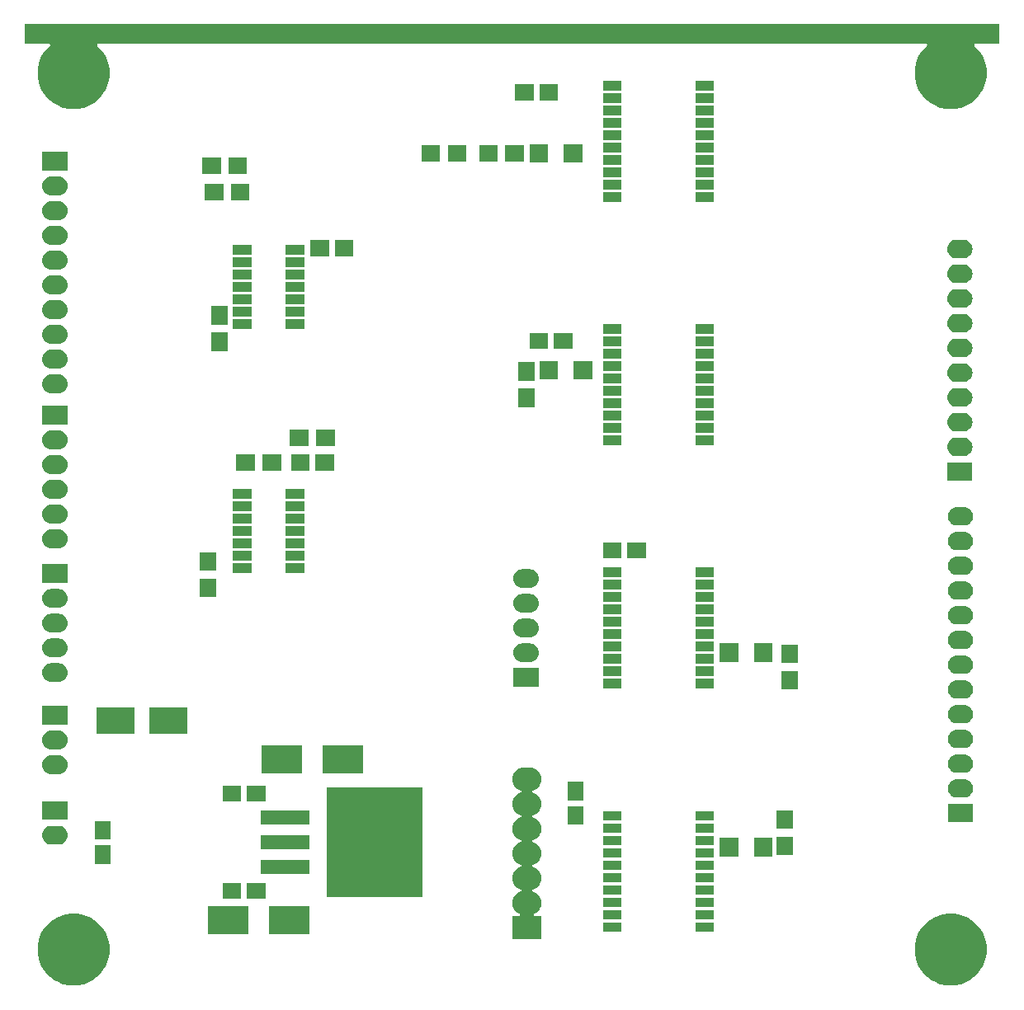
<source format=gts>
%TF.GenerationSoftware,KiCad,Pcbnew,(5.1.5)-3*%
%TF.CreationDate,2020-07-23T08:34:40+02:00*%
%TF.ProjectId,Alexandrie,416c6578-616e-4647-9269-652e6b696361,rev?*%
%TF.SameCoordinates,Original*%
%TF.FileFunction,Soldermask,Top*%
%TF.FilePolarity,Negative*%
%FSLAX46Y46*%
G04 Gerber Fmt 4.6, Leading zero omitted, Abs format (unit mm)*
G04 Created by KiCad (PCBNEW (5.1.5)-3) date 2020-07-23 08:34:40*
%MOMM*%
%LPD*%
G04 APERTURE LIST*
%ADD10C,0.100000*%
G04 APERTURE END LIST*
D10*
G36*
X185079249Y-134442188D02*
G01*
X185752606Y-134721101D01*
X185752607Y-134721102D01*
X186358613Y-135126022D01*
X186873978Y-135641387D01*
X187144537Y-136046308D01*
X187278899Y-136247394D01*
X187557812Y-136920751D01*
X187700000Y-137635580D01*
X187700000Y-138364420D01*
X187557812Y-139079249D01*
X187278899Y-139752606D01*
X187278898Y-139752607D01*
X186873978Y-140358613D01*
X186358613Y-140873978D01*
X185953692Y-141144537D01*
X185752606Y-141278899D01*
X185079249Y-141557812D01*
X184364420Y-141700000D01*
X183635580Y-141700000D01*
X182920751Y-141557812D01*
X182247394Y-141278899D01*
X182046308Y-141144537D01*
X181641387Y-140873978D01*
X181126022Y-140358613D01*
X180721102Y-139752607D01*
X180721101Y-139752606D01*
X180442188Y-139079249D01*
X180300000Y-138364420D01*
X180300000Y-137635580D01*
X180442188Y-136920751D01*
X180721101Y-136247394D01*
X180855463Y-136046308D01*
X181126022Y-135641387D01*
X181641387Y-135126022D01*
X182247393Y-134721102D01*
X182247394Y-134721101D01*
X182920751Y-134442188D01*
X183635580Y-134300000D01*
X184364420Y-134300000D01*
X185079249Y-134442188D01*
G37*
G36*
X95079249Y-134442188D02*
G01*
X95752606Y-134721101D01*
X95752607Y-134721102D01*
X96358613Y-135126022D01*
X96873978Y-135641387D01*
X97144537Y-136046308D01*
X97278899Y-136247394D01*
X97557812Y-136920751D01*
X97700000Y-137635580D01*
X97700000Y-138364420D01*
X97557812Y-139079249D01*
X97278899Y-139752606D01*
X97278898Y-139752607D01*
X96873978Y-140358613D01*
X96358613Y-140873978D01*
X95953692Y-141144537D01*
X95752606Y-141278899D01*
X95079249Y-141557812D01*
X94364420Y-141700000D01*
X93635580Y-141700000D01*
X92920751Y-141557812D01*
X92247394Y-141278899D01*
X92046308Y-141144537D01*
X91641387Y-140873978D01*
X91126022Y-140358613D01*
X90721102Y-139752607D01*
X90721101Y-139752606D01*
X90442188Y-139079249D01*
X90300000Y-138364420D01*
X90300000Y-137635580D01*
X90442188Y-136920751D01*
X90721101Y-136247394D01*
X90855463Y-136046308D01*
X91126022Y-135641387D01*
X91641387Y-135126022D01*
X92247393Y-134721102D01*
X92247394Y-134721101D01*
X92920751Y-134442188D01*
X93635580Y-134300000D01*
X94364420Y-134300000D01*
X95079249Y-134442188D01*
G37*
G36*
X140917714Y-119315788D02*
G01*
X141035241Y-119327363D01*
X141261442Y-119395981D01*
X141261445Y-119395982D01*
X141469910Y-119507408D01*
X141652634Y-119657366D01*
X141802592Y-119840090D01*
X141914018Y-120048555D01*
X141914019Y-120048558D01*
X141982637Y-120274759D01*
X142005806Y-120510000D01*
X141982637Y-120745241D01*
X141931760Y-120912957D01*
X141914018Y-120971445D01*
X141802592Y-121179910D01*
X141652634Y-121362634D01*
X141469910Y-121512592D01*
X141261445Y-121624018D01*
X141261442Y-121624019D01*
X141141563Y-121660384D01*
X141118927Y-121669761D01*
X141098552Y-121683374D01*
X141081225Y-121700701D01*
X141067612Y-121721076D01*
X141058234Y-121743715D01*
X141053454Y-121767748D01*
X141053454Y-121792252D01*
X141058234Y-121816285D01*
X141067612Y-121838924D01*
X141081225Y-121859299D01*
X141098552Y-121876626D01*
X141118927Y-121890239D01*
X141141563Y-121899616D01*
X141261442Y-121935981D01*
X141261445Y-121935982D01*
X141469910Y-122047408D01*
X141652634Y-122197366D01*
X141802592Y-122380090D01*
X141914018Y-122588555D01*
X141914019Y-122588558D01*
X141982637Y-122814759D01*
X142005806Y-123050000D01*
X141982637Y-123285241D01*
X141914019Y-123511442D01*
X141914018Y-123511445D01*
X141802592Y-123719910D01*
X141652634Y-123902634D01*
X141469910Y-124052592D01*
X141261445Y-124164018D01*
X141261442Y-124164019D01*
X141141563Y-124200384D01*
X141118927Y-124209761D01*
X141098552Y-124223374D01*
X141081225Y-124240701D01*
X141067612Y-124261076D01*
X141058234Y-124283715D01*
X141053454Y-124307748D01*
X141053454Y-124332252D01*
X141058234Y-124356285D01*
X141067612Y-124378924D01*
X141081225Y-124399299D01*
X141098552Y-124416626D01*
X141118927Y-124430239D01*
X141141563Y-124439616D01*
X141261442Y-124475981D01*
X141261445Y-124475982D01*
X141469910Y-124587408D01*
X141652634Y-124737366D01*
X141802592Y-124920090D01*
X141914018Y-125128555D01*
X141914019Y-125128558D01*
X141982637Y-125354759D01*
X142005806Y-125590000D01*
X141982637Y-125825241D01*
X141959936Y-125900075D01*
X141914018Y-126051445D01*
X141802592Y-126259910D01*
X141652634Y-126442634D01*
X141469910Y-126592592D01*
X141261445Y-126704018D01*
X141261442Y-126704019D01*
X141141563Y-126740384D01*
X141118927Y-126749761D01*
X141098552Y-126763374D01*
X141081225Y-126780701D01*
X141067612Y-126801076D01*
X141058234Y-126823715D01*
X141053454Y-126847748D01*
X141053454Y-126872252D01*
X141058234Y-126896285D01*
X141067612Y-126918924D01*
X141081225Y-126939299D01*
X141098552Y-126956626D01*
X141118927Y-126970239D01*
X141141563Y-126979616D01*
X141261442Y-127015981D01*
X141261445Y-127015982D01*
X141469910Y-127127408D01*
X141652634Y-127277366D01*
X141802592Y-127460090D01*
X141914018Y-127668555D01*
X141914019Y-127668558D01*
X141982637Y-127894759D01*
X142005806Y-128130000D01*
X141982637Y-128365241D01*
X141914019Y-128591442D01*
X141914018Y-128591445D01*
X141802592Y-128799910D01*
X141652634Y-128982634D01*
X141469910Y-129132592D01*
X141261445Y-129244018D01*
X141261442Y-129244019D01*
X141141563Y-129280384D01*
X141118927Y-129289761D01*
X141098552Y-129303374D01*
X141081225Y-129320701D01*
X141067612Y-129341076D01*
X141058234Y-129363715D01*
X141053454Y-129387748D01*
X141053454Y-129412252D01*
X141058234Y-129436285D01*
X141067612Y-129458924D01*
X141081225Y-129479299D01*
X141098552Y-129496626D01*
X141118927Y-129510239D01*
X141141563Y-129519616D01*
X141261442Y-129555981D01*
X141261445Y-129555982D01*
X141469910Y-129667408D01*
X141652634Y-129817366D01*
X141802592Y-130000090D01*
X141914018Y-130208555D01*
X141914019Y-130208558D01*
X141982637Y-130434759D01*
X142005806Y-130670000D01*
X141982637Y-130905241D01*
X141914019Y-131131442D01*
X141914018Y-131131445D01*
X141802592Y-131339910D01*
X141652634Y-131522634D01*
X141469910Y-131672592D01*
X141261445Y-131784018D01*
X141261442Y-131784019D01*
X141141563Y-131820384D01*
X141118927Y-131829761D01*
X141098552Y-131843374D01*
X141081225Y-131860701D01*
X141067612Y-131881076D01*
X141058234Y-131903715D01*
X141053454Y-131927748D01*
X141053454Y-131952252D01*
X141058234Y-131976285D01*
X141067612Y-131998924D01*
X141081225Y-132019299D01*
X141098552Y-132036626D01*
X141118927Y-132050239D01*
X141141563Y-132059616D01*
X141261442Y-132095981D01*
X141261445Y-132095982D01*
X141469910Y-132207408D01*
X141652634Y-132357366D01*
X141802592Y-132540090D01*
X141914018Y-132748555D01*
X141914019Y-132748558D01*
X141982637Y-132974759D01*
X142005806Y-133210000D01*
X141982637Y-133445241D01*
X141950858Y-133550000D01*
X141914018Y-133671445D01*
X141802592Y-133879910D01*
X141652634Y-134062634D01*
X141469910Y-134212592D01*
X141278762Y-134314762D01*
X141258388Y-134328375D01*
X141241061Y-134345702D01*
X141227447Y-134366077D01*
X141218069Y-134388715D01*
X141213289Y-134412749D01*
X141213289Y-134437253D01*
X141218069Y-134461286D01*
X141227447Y-134483925D01*
X141241060Y-134504299D01*
X141258387Y-134521626D01*
X141278762Y-134535240D01*
X141301400Y-134544618D01*
X141325434Y-134549398D01*
X141337686Y-134550000D01*
X142000000Y-134550000D01*
X142000000Y-136950000D01*
X139000000Y-136950000D01*
X139000000Y-134550000D01*
X139662314Y-134550000D01*
X139686700Y-134547598D01*
X139710149Y-134540485D01*
X139731760Y-134528934D01*
X139750702Y-134513389D01*
X139766247Y-134494447D01*
X139777798Y-134472836D01*
X139784911Y-134449387D01*
X139787313Y-134425001D01*
X139784911Y-134400615D01*
X139777798Y-134377166D01*
X139766247Y-134355555D01*
X139750702Y-134336613D01*
X139731760Y-134321068D01*
X139721238Y-134314762D01*
X139530090Y-134212592D01*
X139347366Y-134062634D01*
X139197408Y-133879910D01*
X139085982Y-133671445D01*
X139049142Y-133550000D01*
X139017363Y-133445241D01*
X138994194Y-133210000D01*
X139017363Y-132974759D01*
X139085981Y-132748558D01*
X139085982Y-132748555D01*
X139197408Y-132540090D01*
X139347366Y-132357366D01*
X139530090Y-132207408D01*
X139738555Y-132095982D01*
X139738558Y-132095981D01*
X139858437Y-132059616D01*
X139881073Y-132050239D01*
X139901448Y-132036626D01*
X139918775Y-132019299D01*
X139932388Y-131998924D01*
X139941766Y-131976285D01*
X139946546Y-131952252D01*
X139946546Y-131927748D01*
X139941766Y-131903715D01*
X139932388Y-131881076D01*
X139918775Y-131860701D01*
X139901448Y-131843374D01*
X139881073Y-131829761D01*
X139858437Y-131820384D01*
X139738558Y-131784019D01*
X139738555Y-131784018D01*
X139530090Y-131672592D01*
X139347366Y-131522634D01*
X139197408Y-131339910D01*
X139085982Y-131131445D01*
X139085981Y-131131442D01*
X139017363Y-130905241D01*
X138994194Y-130670000D01*
X139017363Y-130434759D01*
X139085981Y-130208558D01*
X139085982Y-130208555D01*
X139197408Y-130000090D01*
X139347366Y-129817366D01*
X139530090Y-129667408D01*
X139738555Y-129555982D01*
X139738558Y-129555981D01*
X139858437Y-129519616D01*
X139881073Y-129510239D01*
X139901448Y-129496626D01*
X139918775Y-129479299D01*
X139932388Y-129458924D01*
X139941766Y-129436285D01*
X139946546Y-129412252D01*
X139946546Y-129387748D01*
X139941766Y-129363715D01*
X139932388Y-129341076D01*
X139918775Y-129320701D01*
X139901448Y-129303374D01*
X139881073Y-129289761D01*
X139858437Y-129280384D01*
X139738558Y-129244019D01*
X139738555Y-129244018D01*
X139530090Y-129132592D01*
X139347366Y-128982634D01*
X139197408Y-128799910D01*
X139085982Y-128591445D01*
X139085981Y-128591442D01*
X139017363Y-128365241D01*
X138994194Y-128130000D01*
X139017363Y-127894759D01*
X139085981Y-127668558D01*
X139085982Y-127668555D01*
X139197408Y-127460090D01*
X139347366Y-127277366D01*
X139530090Y-127127408D01*
X139738555Y-127015982D01*
X139738558Y-127015981D01*
X139858437Y-126979616D01*
X139881073Y-126970239D01*
X139901448Y-126956626D01*
X139918775Y-126939299D01*
X139932388Y-126918924D01*
X139941766Y-126896285D01*
X139946546Y-126872252D01*
X139946546Y-126847748D01*
X139941766Y-126823715D01*
X139932388Y-126801076D01*
X139918775Y-126780701D01*
X139901448Y-126763374D01*
X139881073Y-126749761D01*
X139858437Y-126740384D01*
X139738558Y-126704019D01*
X139738555Y-126704018D01*
X139530090Y-126592592D01*
X139347366Y-126442634D01*
X139197408Y-126259910D01*
X139085982Y-126051445D01*
X139040064Y-125900075D01*
X139017363Y-125825241D01*
X138994194Y-125590000D01*
X139017363Y-125354759D01*
X139085981Y-125128558D01*
X139085982Y-125128555D01*
X139197408Y-124920090D01*
X139347366Y-124737366D01*
X139530090Y-124587408D01*
X139738555Y-124475982D01*
X139738558Y-124475981D01*
X139858437Y-124439616D01*
X139881073Y-124430239D01*
X139901448Y-124416626D01*
X139918775Y-124399299D01*
X139932388Y-124378924D01*
X139941766Y-124356285D01*
X139946546Y-124332252D01*
X139946546Y-124307748D01*
X139941766Y-124283715D01*
X139932388Y-124261076D01*
X139918775Y-124240701D01*
X139901448Y-124223374D01*
X139881073Y-124209761D01*
X139858437Y-124200384D01*
X139738558Y-124164019D01*
X139738555Y-124164018D01*
X139530090Y-124052592D01*
X139347366Y-123902634D01*
X139197408Y-123719910D01*
X139085982Y-123511445D01*
X139085981Y-123511442D01*
X139017363Y-123285241D01*
X138994194Y-123050000D01*
X139017363Y-122814759D01*
X139085981Y-122588558D01*
X139085982Y-122588555D01*
X139197408Y-122380090D01*
X139347366Y-122197366D01*
X139530090Y-122047408D01*
X139738555Y-121935982D01*
X139738558Y-121935981D01*
X139858437Y-121899616D01*
X139881073Y-121890239D01*
X139901448Y-121876626D01*
X139918775Y-121859299D01*
X139932388Y-121838924D01*
X139941766Y-121816285D01*
X139946546Y-121792252D01*
X139946546Y-121767748D01*
X139941766Y-121743715D01*
X139932388Y-121721076D01*
X139918775Y-121700701D01*
X139901448Y-121683374D01*
X139881073Y-121669761D01*
X139858437Y-121660384D01*
X139738558Y-121624019D01*
X139738555Y-121624018D01*
X139530090Y-121512592D01*
X139347366Y-121362634D01*
X139197408Y-121179910D01*
X139085982Y-120971445D01*
X139068240Y-120912957D01*
X139017363Y-120745241D01*
X138994194Y-120510000D01*
X139017363Y-120274759D01*
X139085981Y-120048558D01*
X139085982Y-120048555D01*
X139197408Y-119840090D01*
X139347366Y-119657366D01*
X139530090Y-119507408D01*
X139738555Y-119395982D01*
X139738558Y-119395981D01*
X139964759Y-119327363D01*
X140082286Y-119315788D01*
X140141049Y-119310000D01*
X140858951Y-119310000D01*
X140917714Y-119315788D01*
G37*
G36*
X111950000Y-136450000D02*
G01*
X107800000Y-136450000D01*
X107800000Y-133550000D01*
X111950000Y-133550000D01*
X111950000Y-136450000D01*
G37*
G36*
X118200000Y-136450000D02*
G01*
X114050000Y-136450000D01*
X114050000Y-133550000D01*
X118200000Y-133550000D01*
X118200000Y-136450000D01*
G37*
G36*
X159700000Y-136215000D02*
G01*
X157800000Y-136215000D01*
X157800000Y-135215000D01*
X159700000Y-135215000D01*
X159700000Y-136215000D01*
G37*
G36*
X150200000Y-136215000D02*
G01*
X148300000Y-136215000D01*
X148300000Y-135215000D01*
X150200000Y-135215000D01*
X150200000Y-136215000D01*
G37*
G36*
X150200000Y-134945000D02*
G01*
X148300000Y-134945000D01*
X148300000Y-133945000D01*
X150200000Y-133945000D01*
X150200000Y-134945000D01*
G37*
G36*
X159700000Y-134945000D02*
G01*
X157800000Y-134945000D01*
X157800000Y-133945000D01*
X159700000Y-133945000D01*
X159700000Y-134945000D01*
G37*
G36*
X159700000Y-133675000D02*
G01*
X157800000Y-133675000D01*
X157800000Y-132675000D01*
X159700000Y-132675000D01*
X159700000Y-133675000D01*
G37*
G36*
X150200000Y-133675000D02*
G01*
X148300000Y-133675000D01*
X148300000Y-132675000D01*
X150200000Y-132675000D01*
X150200000Y-133675000D01*
G37*
G36*
X113700000Y-132825000D02*
G01*
X111800000Y-132825000D01*
X111800000Y-131175000D01*
X113700000Y-131175000D01*
X113700000Y-132825000D01*
G37*
G36*
X111200000Y-132825000D02*
G01*
X109300000Y-132825000D01*
X109300000Y-131175000D01*
X111200000Y-131175000D01*
X111200000Y-132825000D01*
G37*
G36*
X129775000Y-132600000D02*
G01*
X119975000Y-132600000D01*
X119975000Y-121400000D01*
X129775000Y-121400000D01*
X129775000Y-132600000D01*
G37*
G36*
X159700000Y-132405000D02*
G01*
X157800000Y-132405000D01*
X157800000Y-131405000D01*
X159700000Y-131405000D01*
X159700000Y-132405000D01*
G37*
G36*
X150200000Y-132405000D02*
G01*
X148300000Y-132405000D01*
X148300000Y-131405000D01*
X150200000Y-131405000D01*
X150200000Y-132405000D01*
G37*
G36*
X159700000Y-131135000D02*
G01*
X157800000Y-131135000D01*
X157800000Y-130135000D01*
X159700000Y-130135000D01*
X159700000Y-131135000D01*
G37*
G36*
X150200000Y-131135000D02*
G01*
X148300000Y-131135000D01*
X148300000Y-130135000D01*
X150200000Y-130135000D01*
X150200000Y-131135000D01*
G37*
G36*
X118225000Y-130290000D02*
G01*
X113225000Y-130290000D01*
X113225000Y-128790000D01*
X118225000Y-128790000D01*
X118225000Y-130290000D01*
G37*
G36*
X150200000Y-129865000D02*
G01*
X148300000Y-129865000D01*
X148300000Y-128865000D01*
X150200000Y-128865000D01*
X150200000Y-129865000D01*
G37*
G36*
X159700000Y-129865000D02*
G01*
X157800000Y-129865000D01*
X157800000Y-128865000D01*
X159700000Y-128865000D01*
X159700000Y-129865000D01*
G37*
G36*
X97825000Y-129200000D02*
G01*
X96175000Y-129200000D01*
X96175000Y-127300000D01*
X97825000Y-127300000D01*
X97825000Y-129200000D01*
G37*
G36*
X150200000Y-128595000D02*
G01*
X148300000Y-128595000D01*
X148300000Y-127595000D01*
X150200000Y-127595000D01*
X150200000Y-128595000D01*
G37*
G36*
X159700000Y-128595000D02*
G01*
X157800000Y-128595000D01*
X157800000Y-127595000D01*
X159700000Y-127595000D01*
X159700000Y-128595000D01*
G37*
G36*
X165696820Y-128449300D02*
G01*
X163798220Y-128449300D01*
X163798220Y-126550700D01*
X165696820Y-126550700D01*
X165696820Y-128449300D01*
G37*
G36*
X162201780Y-128449300D02*
G01*
X160303180Y-128449300D01*
X160303180Y-126550700D01*
X162201780Y-126550700D01*
X162201780Y-128449300D01*
G37*
G36*
X167850000Y-128300000D02*
G01*
X166150000Y-128300000D01*
X166150000Y-126400000D01*
X167850000Y-126400000D01*
X167850000Y-128300000D01*
G37*
G36*
X118225000Y-127750000D02*
G01*
X113225000Y-127750000D01*
X113225000Y-126250000D01*
X118225000Y-126250000D01*
X118225000Y-127750000D01*
G37*
G36*
X150200000Y-127325000D02*
G01*
X148300000Y-127325000D01*
X148300000Y-126325000D01*
X150200000Y-126325000D01*
X150200000Y-127325000D01*
G37*
G36*
X159700000Y-127325000D02*
G01*
X157800000Y-127325000D01*
X157800000Y-126325000D01*
X159700000Y-126325000D01*
X159700000Y-127325000D01*
G37*
G36*
X92601333Y-125321919D02*
G01*
X92782675Y-125376929D01*
X92949793Y-125466256D01*
X93096278Y-125586472D01*
X93216494Y-125732957D01*
X93305821Y-125900075D01*
X93360831Y-126081417D01*
X93379404Y-126270000D01*
X93360831Y-126458583D01*
X93305821Y-126639925D01*
X93216494Y-126807043D01*
X93096278Y-126953528D01*
X92949793Y-127073744D01*
X92782675Y-127163071D01*
X92601333Y-127218081D01*
X92460007Y-127232000D01*
X91692393Y-127232000D01*
X91551067Y-127218081D01*
X91369725Y-127163071D01*
X91202607Y-127073744D01*
X91056122Y-126953528D01*
X90935906Y-126807043D01*
X90846579Y-126639925D01*
X90791569Y-126458583D01*
X90772996Y-126270000D01*
X90791569Y-126081417D01*
X90846579Y-125900075D01*
X90935906Y-125732957D01*
X91056122Y-125586472D01*
X91202607Y-125466256D01*
X91369725Y-125376929D01*
X91551067Y-125321919D01*
X91692393Y-125308000D01*
X92460007Y-125308000D01*
X92601333Y-125321919D01*
G37*
G36*
X97825000Y-126700000D02*
G01*
X96175000Y-126700000D01*
X96175000Y-124800000D01*
X97825000Y-124800000D01*
X97825000Y-126700000D01*
G37*
G36*
X159700000Y-126055000D02*
G01*
X157800000Y-126055000D01*
X157800000Y-125055000D01*
X159700000Y-125055000D01*
X159700000Y-126055000D01*
G37*
G36*
X150200000Y-126055000D02*
G01*
X148300000Y-126055000D01*
X148300000Y-125055000D01*
X150200000Y-125055000D01*
X150200000Y-126055000D01*
G37*
G36*
X167850000Y-125600000D02*
G01*
X166150000Y-125600000D01*
X166150000Y-123700000D01*
X167850000Y-123700000D01*
X167850000Y-125600000D01*
G37*
G36*
X118225000Y-125210000D02*
G01*
X113225000Y-125210000D01*
X113225000Y-123710000D01*
X118225000Y-123710000D01*
X118225000Y-125210000D01*
G37*
G36*
X146325000Y-125200000D02*
G01*
X144675000Y-125200000D01*
X144675000Y-123300000D01*
X146325000Y-123300000D01*
X146325000Y-125200000D01*
G37*
G36*
X186298550Y-124952000D02*
G01*
X183701450Y-124952000D01*
X183701450Y-123028000D01*
X186298550Y-123028000D01*
X186298550Y-124952000D01*
G37*
G36*
X159700000Y-124785000D02*
G01*
X157800000Y-124785000D01*
X157800000Y-123785000D01*
X159700000Y-123785000D01*
X159700000Y-124785000D01*
G37*
G36*
X150200000Y-124785000D02*
G01*
X148300000Y-124785000D01*
X148300000Y-123785000D01*
X150200000Y-123785000D01*
X150200000Y-124785000D01*
G37*
G36*
X93374750Y-124692000D02*
G01*
X90777650Y-124692000D01*
X90777650Y-122768000D01*
X93374750Y-122768000D01*
X93374750Y-124692000D01*
G37*
G36*
X113700000Y-122825000D02*
G01*
X111800000Y-122825000D01*
X111800000Y-121175000D01*
X113700000Y-121175000D01*
X113700000Y-122825000D01*
G37*
G36*
X111200000Y-122825000D02*
G01*
X109300000Y-122825000D01*
X109300000Y-121175000D01*
X111200000Y-121175000D01*
X111200000Y-122825000D01*
G37*
G36*
X146325000Y-122700000D02*
G01*
X144675000Y-122700000D01*
X144675000Y-120800000D01*
X146325000Y-120800000D01*
X146325000Y-122700000D01*
G37*
G36*
X185525133Y-120501919D02*
G01*
X185706475Y-120556929D01*
X185873593Y-120646256D01*
X186020078Y-120766472D01*
X186140294Y-120912957D01*
X186229621Y-121080075D01*
X186284631Y-121261417D01*
X186303204Y-121450000D01*
X186284631Y-121638583D01*
X186229621Y-121819925D01*
X186140294Y-121987043D01*
X186020078Y-122133528D01*
X185873593Y-122253744D01*
X185706475Y-122343071D01*
X185525133Y-122398081D01*
X185383807Y-122412000D01*
X184616193Y-122412000D01*
X184474867Y-122398081D01*
X184293525Y-122343071D01*
X184126407Y-122253744D01*
X183979922Y-122133528D01*
X183859706Y-121987043D01*
X183770379Y-121819925D01*
X183715369Y-121638583D01*
X183696796Y-121450000D01*
X183715369Y-121261417D01*
X183770379Y-121080075D01*
X183859706Y-120912957D01*
X183979922Y-120766472D01*
X184126407Y-120646256D01*
X184293525Y-120556929D01*
X184474867Y-120501919D01*
X184616193Y-120488000D01*
X185383807Y-120488000D01*
X185525133Y-120501919D01*
G37*
G36*
X92601333Y-118091919D02*
G01*
X92782675Y-118146929D01*
X92949793Y-118236256D01*
X93096278Y-118356472D01*
X93216494Y-118502957D01*
X93305821Y-118670075D01*
X93360831Y-118851417D01*
X93379404Y-119040000D01*
X93360831Y-119228583D01*
X93305821Y-119409925D01*
X93216494Y-119577043D01*
X93096278Y-119723528D01*
X92949793Y-119843744D01*
X92782675Y-119933071D01*
X92601333Y-119988081D01*
X92460007Y-120002000D01*
X91692393Y-120002000D01*
X91551067Y-119988081D01*
X91369725Y-119933071D01*
X91202607Y-119843744D01*
X91056122Y-119723528D01*
X90935906Y-119577043D01*
X90846579Y-119409925D01*
X90791569Y-119228583D01*
X90772996Y-119040000D01*
X90791569Y-118851417D01*
X90846579Y-118670075D01*
X90935906Y-118502957D01*
X91056122Y-118356472D01*
X91202607Y-118236256D01*
X91369725Y-118146929D01*
X91551067Y-118091919D01*
X91692393Y-118078000D01*
X92460007Y-118078000D01*
X92601333Y-118091919D01*
G37*
G36*
X123700000Y-119950000D02*
G01*
X119550000Y-119950000D01*
X119550000Y-117050000D01*
X123700000Y-117050000D01*
X123700000Y-119950000D01*
G37*
G36*
X117450000Y-119950000D02*
G01*
X113300000Y-119950000D01*
X113300000Y-117050000D01*
X117450000Y-117050000D01*
X117450000Y-119950000D01*
G37*
G36*
X185525133Y-117961919D02*
G01*
X185706475Y-118016929D01*
X185873593Y-118106256D01*
X186020078Y-118226472D01*
X186140294Y-118372957D01*
X186229621Y-118540075D01*
X186284631Y-118721417D01*
X186303204Y-118910000D01*
X186284631Y-119098583D01*
X186229621Y-119279925D01*
X186140294Y-119447043D01*
X186020078Y-119593528D01*
X185873593Y-119713744D01*
X185706475Y-119803071D01*
X185525133Y-119858081D01*
X185383807Y-119872000D01*
X184616193Y-119872000D01*
X184474867Y-119858081D01*
X184293525Y-119803071D01*
X184126407Y-119713744D01*
X183979922Y-119593528D01*
X183859706Y-119447043D01*
X183770379Y-119279925D01*
X183715369Y-119098583D01*
X183696796Y-118910000D01*
X183715369Y-118721417D01*
X183770379Y-118540075D01*
X183859706Y-118372957D01*
X183979922Y-118226472D01*
X184126407Y-118106256D01*
X184293525Y-118016929D01*
X184474867Y-117961919D01*
X184616193Y-117948000D01*
X185383807Y-117948000D01*
X185525133Y-117961919D01*
G37*
G36*
X92601333Y-115551919D02*
G01*
X92782675Y-115606929D01*
X92949793Y-115696256D01*
X93096278Y-115816472D01*
X93216494Y-115962957D01*
X93305821Y-116130075D01*
X93360831Y-116311417D01*
X93379404Y-116500000D01*
X93360831Y-116688583D01*
X93305821Y-116869925D01*
X93216494Y-117037043D01*
X93096278Y-117183528D01*
X92949793Y-117303744D01*
X92782675Y-117393071D01*
X92601333Y-117448081D01*
X92460007Y-117462000D01*
X91692393Y-117462000D01*
X91551067Y-117448081D01*
X91369725Y-117393071D01*
X91202607Y-117303744D01*
X91056122Y-117183528D01*
X90935906Y-117037043D01*
X90846579Y-116869925D01*
X90791569Y-116688583D01*
X90772996Y-116500000D01*
X90791569Y-116311417D01*
X90846579Y-116130075D01*
X90935906Y-115962957D01*
X91056122Y-115816472D01*
X91202607Y-115696256D01*
X91369725Y-115606929D01*
X91551067Y-115551919D01*
X91692393Y-115538000D01*
X92460007Y-115538000D01*
X92601333Y-115551919D01*
G37*
G36*
X185525133Y-115421919D02*
G01*
X185706475Y-115476929D01*
X185873593Y-115566256D01*
X186020078Y-115686472D01*
X186140294Y-115832957D01*
X186229621Y-116000075D01*
X186284631Y-116181417D01*
X186303204Y-116370000D01*
X186284631Y-116558583D01*
X186229621Y-116739925D01*
X186140294Y-116907043D01*
X186020078Y-117053528D01*
X185873593Y-117173744D01*
X185706475Y-117263071D01*
X185525133Y-117318081D01*
X185383807Y-117332000D01*
X184616193Y-117332000D01*
X184474867Y-117318081D01*
X184293525Y-117263071D01*
X184126407Y-117173744D01*
X183979922Y-117053528D01*
X183859706Y-116907043D01*
X183770379Y-116739925D01*
X183715369Y-116558583D01*
X183696796Y-116370000D01*
X183715369Y-116181417D01*
X183770379Y-116000075D01*
X183859706Y-115832957D01*
X183979922Y-115686472D01*
X184126407Y-115566256D01*
X184293525Y-115476929D01*
X184474867Y-115421919D01*
X184616193Y-115408000D01*
X185383807Y-115408000D01*
X185525133Y-115421919D01*
G37*
G36*
X100250000Y-115850000D02*
G01*
X96350000Y-115850000D01*
X96350000Y-113150000D01*
X100250000Y-113150000D01*
X100250000Y-115850000D01*
G37*
G36*
X105650000Y-115850000D02*
G01*
X101750000Y-115850000D01*
X101750000Y-113150000D01*
X105650000Y-113150000D01*
X105650000Y-115850000D01*
G37*
G36*
X93374750Y-114922000D02*
G01*
X90777650Y-114922000D01*
X90777650Y-112998000D01*
X93374750Y-112998000D01*
X93374750Y-114922000D01*
G37*
G36*
X185525133Y-112881919D02*
G01*
X185706475Y-112936929D01*
X185873593Y-113026256D01*
X186020078Y-113146472D01*
X186140294Y-113292957D01*
X186229621Y-113460075D01*
X186284631Y-113641417D01*
X186303204Y-113830000D01*
X186284631Y-114018583D01*
X186229621Y-114199925D01*
X186140294Y-114367043D01*
X186020078Y-114513528D01*
X185873593Y-114633744D01*
X185706475Y-114723071D01*
X185525133Y-114778081D01*
X185383807Y-114792000D01*
X184616193Y-114792000D01*
X184474867Y-114778081D01*
X184293525Y-114723071D01*
X184126407Y-114633744D01*
X183979922Y-114513528D01*
X183859706Y-114367043D01*
X183770379Y-114199925D01*
X183715369Y-114018583D01*
X183696796Y-113830000D01*
X183715369Y-113641417D01*
X183770379Y-113460075D01*
X183859706Y-113292957D01*
X183979922Y-113146472D01*
X184126407Y-113026256D01*
X184293525Y-112936929D01*
X184474867Y-112881919D01*
X184616193Y-112868000D01*
X185383807Y-112868000D01*
X185525133Y-112881919D01*
G37*
G36*
X185525133Y-110341919D02*
G01*
X185706475Y-110396929D01*
X185873593Y-110486256D01*
X186020078Y-110606472D01*
X186140294Y-110752957D01*
X186229621Y-110920075D01*
X186284631Y-111101417D01*
X186303204Y-111290000D01*
X186284631Y-111478583D01*
X186229621Y-111659925D01*
X186140294Y-111827043D01*
X186020078Y-111973528D01*
X185873593Y-112093744D01*
X185706475Y-112183071D01*
X185525133Y-112238081D01*
X185383807Y-112252000D01*
X184616193Y-112252000D01*
X184474867Y-112238081D01*
X184293525Y-112183071D01*
X184126407Y-112093744D01*
X183979922Y-111973528D01*
X183859706Y-111827043D01*
X183770379Y-111659925D01*
X183715369Y-111478583D01*
X183696796Y-111290000D01*
X183715369Y-111101417D01*
X183770379Y-110920075D01*
X183859706Y-110752957D01*
X183979922Y-110606472D01*
X184126407Y-110486256D01*
X184293525Y-110396929D01*
X184474867Y-110341919D01*
X184616193Y-110328000D01*
X185383807Y-110328000D01*
X185525133Y-110341919D01*
G37*
G36*
X168350000Y-111300000D02*
G01*
X166650000Y-111300000D01*
X166650000Y-109400000D01*
X168350000Y-109400000D01*
X168350000Y-111300000D01*
G37*
G36*
X150200000Y-111215000D02*
G01*
X148300000Y-111215000D01*
X148300000Y-110215000D01*
X150200000Y-110215000D01*
X150200000Y-111215000D01*
G37*
G36*
X159700000Y-111215000D02*
G01*
X157800000Y-111215000D01*
X157800000Y-110215000D01*
X159700000Y-110215000D01*
X159700000Y-111215000D01*
G37*
G36*
X141722350Y-111042000D02*
G01*
X139125250Y-111042000D01*
X139125250Y-109118000D01*
X141722350Y-109118000D01*
X141722350Y-111042000D01*
G37*
G36*
X92601333Y-108631919D02*
G01*
X92782675Y-108686929D01*
X92949793Y-108776256D01*
X93096278Y-108896472D01*
X93216494Y-109042957D01*
X93305821Y-109210075D01*
X93360831Y-109391417D01*
X93379404Y-109580000D01*
X93360831Y-109768583D01*
X93305821Y-109949925D01*
X93216494Y-110117043D01*
X93096278Y-110263528D01*
X92949793Y-110383744D01*
X92782675Y-110473071D01*
X92601333Y-110528081D01*
X92460007Y-110542000D01*
X91692393Y-110542000D01*
X91551067Y-110528081D01*
X91369725Y-110473071D01*
X91202607Y-110383744D01*
X91056122Y-110263528D01*
X90935906Y-110117043D01*
X90846579Y-109949925D01*
X90791569Y-109768583D01*
X90772996Y-109580000D01*
X90791569Y-109391417D01*
X90846579Y-109210075D01*
X90935906Y-109042957D01*
X91056122Y-108896472D01*
X91202607Y-108776256D01*
X91369725Y-108686929D01*
X91551067Y-108631919D01*
X91692393Y-108618000D01*
X92460007Y-108618000D01*
X92601333Y-108631919D01*
G37*
G36*
X159700000Y-109945000D02*
G01*
X157800000Y-109945000D01*
X157800000Y-108945000D01*
X159700000Y-108945000D01*
X159700000Y-109945000D01*
G37*
G36*
X150200000Y-109945000D02*
G01*
X148300000Y-109945000D01*
X148300000Y-108945000D01*
X150200000Y-108945000D01*
X150200000Y-109945000D01*
G37*
G36*
X185525133Y-107801919D02*
G01*
X185706475Y-107856929D01*
X185873593Y-107946256D01*
X186020078Y-108066472D01*
X186140294Y-108212957D01*
X186229621Y-108380075D01*
X186284631Y-108561417D01*
X186303204Y-108750000D01*
X186284631Y-108938583D01*
X186229621Y-109119925D01*
X186140294Y-109287043D01*
X186020078Y-109433528D01*
X185873593Y-109553744D01*
X185706475Y-109643071D01*
X185525133Y-109698081D01*
X185383807Y-109712000D01*
X184616193Y-109712000D01*
X184474867Y-109698081D01*
X184293525Y-109643071D01*
X184126407Y-109553744D01*
X183979922Y-109433528D01*
X183859706Y-109287043D01*
X183770379Y-109119925D01*
X183715369Y-108938583D01*
X183696796Y-108750000D01*
X183715369Y-108561417D01*
X183770379Y-108380075D01*
X183859706Y-108212957D01*
X183979922Y-108066472D01*
X184126407Y-107946256D01*
X184293525Y-107856929D01*
X184474867Y-107801919D01*
X184616193Y-107788000D01*
X185383807Y-107788000D01*
X185525133Y-107801919D01*
G37*
G36*
X150200000Y-108675000D02*
G01*
X148300000Y-108675000D01*
X148300000Y-107675000D01*
X150200000Y-107675000D01*
X150200000Y-108675000D01*
G37*
G36*
X159700000Y-108675000D02*
G01*
X157800000Y-108675000D01*
X157800000Y-107675000D01*
X159700000Y-107675000D01*
X159700000Y-108675000D01*
G37*
G36*
X168350000Y-108600000D02*
G01*
X166650000Y-108600000D01*
X166650000Y-106700000D01*
X168350000Y-106700000D01*
X168350000Y-108600000D01*
G37*
G36*
X140948933Y-106591919D02*
G01*
X141130275Y-106646929D01*
X141297393Y-106736256D01*
X141443878Y-106856472D01*
X141564094Y-107002957D01*
X141653421Y-107170075D01*
X141708431Y-107351417D01*
X141727004Y-107540000D01*
X141708431Y-107728583D01*
X141653421Y-107909925D01*
X141564094Y-108077043D01*
X141443878Y-108223528D01*
X141297393Y-108343744D01*
X141130275Y-108433071D01*
X140948933Y-108488081D01*
X140807607Y-108502000D01*
X140039993Y-108502000D01*
X139898667Y-108488081D01*
X139717325Y-108433071D01*
X139550207Y-108343744D01*
X139403722Y-108223528D01*
X139283506Y-108077043D01*
X139194179Y-107909925D01*
X139139169Y-107728583D01*
X139120596Y-107540000D01*
X139139169Y-107351417D01*
X139194179Y-107170075D01*
X139283506Y-107002957D01*
X139403722Y-106856472D01*
X139550207Y-106736256D01*
X139717325Y-106646929D01*
X139898667Y-106591919D01*
X140039993Y-106578000D01*
X140807607Y-106578000D01*
X140948933Y-106591919D01*
G37*
G36*
X162201780Y-108449300D02*
G01*
X160303180Y-108449300D01*
X160303180Y-106550700D01*
X162201780Y-106550700D01*
X162201780Y-108449300D01*
G37*
G36*
X165696820Y-108449300D02*
G01*
X163798220Y-108449300D01*
X163798220Y-106550700D01*
X165696820Y-106550700D01*
X165696820Y-108449300D01*
G37*
G36*
X92601333Y-106091919D02*
G01*
X92782675Y-106146929D01*
X92949793Y-106236256D01*
X93096278Y-106356472D01*
X93216494Y-106502957D01*
X93305821Y-106670075D01*
X93360831Y-106851417D01*
X93379404Y-107040000D01*
X93360831Y-107228583D01*
X93305821Y-107409925D01*
X93216494Y-107577043D01*
X93096278Y-107723528D01*
X92949793Y-107843744D01*
X92782675Y-107933071D01*
X92601333Y-107988081D01*
X92460007Y-108002000D01*
X91692393Y-108002000D01*
X91551067Y-107988081D01*
X91369725Y-107933071D01*
X91202607Y-107843744D01*
X91056122Y-107723528D01*
X90935906Y-107577043D01*
X90846579Y-107409925D01*
X90791569Y-107228583D01*
X90772996Y-107040000D01*
X90791569Y-106851417D01*
X90846579Y-106670075D01*
X90935906Y-106502957D01*
X91056122Y-106356472D01*
X91202607Y-106236256D01*
X91369725Y-106146929D01*
X91551067Y-106091919D01*
X91692393Y-106078000D01*
X92460007Y-106078000D01*
X92601333Y-106091919D01*
G37*
G36*
X159700000Y-107405000D02*
G01*
X157800000Y-107405000D01*
X157800000Y-106405000D01*
X159700000Y-106405000D01*
X159700000Y-107405000D01*
G37*
G36*
X150200000Y-107405000D02*
G01*
X148300000Y-107405000D01*
X148300000Y-106405000D01*
X150200000Y-106405000D01*
X150200000Y-107405000D01*
G37*
G36*
X185525133Y-105261919D02*
G01*
X185706475Y-105316929D01*
X185873593Y-105406256D01*
X186020078Y-105526472D01*
X186140294Y-105672957D01*
X186229621Y-105840075D01*
X186284631Y-106021417D01*
X186303204Y-106210000D01*
X186284631Y-106398583D01*
X186229621Y-106579925D01*
X186140294Y-106747043D01*
X186020078Y-106893528D01*
X185873593Y-107013744D01*
X185706475Y-107103071D01*
X185525133Y-107158081D01*
X185383807Y-107172000D01*
X184616193Y-107172000D01*
X184474867Y-107158081D01*
X184293525Y-107103071D01*
X184126407Y-107013744D01*
X183979922Y-106893528D01*
X183859706Y-106747043D01*
X183770379Y-106579925D01*
X183715369Y-106398583D01*
X183696796Y-106210000D01*
X183715369Y-106021417D01*
X183770379Y-105840075D01*
X183859706Y-105672957D01*
X183979922Y-105526472D01*
X184126407Y-105406256D01*
X184293525Y-105316929D01*
X184474867Y-105261919D01*
X184616193Y-105248000D01*
X185383807Y-105248000D01*
X185525133Y-105261919D01*
G37*
G36*
X150200000Y-106135000D02*
G01*
X148300000Y-106135000D01*
X148300000Y-105135000D01*
X150200000Y-105135000D01*
X150200000Y-106135000D01*
G37*
G36*
X159700000Y-106135000D02*
G01*
X157800000Y-106135000D01*
X157800000Y-105135000D01*
X159700000Y-105135000D01*
X159700000Y-106135000D01*
G37*
G36*
X140948933Y-104051919D02*
G01*
X141130275Y-104106929D01*
X141297393Y-104196256D01*
X141443878Y-104316472D01*
X141564094Y-104462957D01*
X141653421Y-104630075D01*
X141708431Y-104811417D01*
X141727004Y-105000000D01*
X141708431Y-105188583D01*
X141653421Y-105369925D01*
X141564094Y-105537043D01*
X141443878Y-105683528D01*
X141297393Y-105803744D01*
X141130275Y-105893071D01*
X140948933Y-105948081D01*
X140807607Y-105962000D01*
X140039993Y-105962000D01*
X139898667Y-105948081D01*
X139717325Y-105893071D01*
X139550207Y-105803744D01*
X139403722Y-105683528D01*
X139283506Y-105537043D01*
X139194179Y-105369925D01*
X139139169Y-105188583D01*
X139120596Y-105000000D01*
X139139169Y-104811417D01*
X139194179Y-104630075D01*
X139283506Y-104462957D01*
X139403722Y-104316472D01*
X139550207Y-104196256D01*
X139717325Y-104106929D01*
X139898667Y-104051919D01*
X140039993Y-104038000D01*
X140807607Y-104038000D01*
X140948933Y-104051919D01*
G37*
G36*
X92601333Y-103551919D02*
G01*
X92782675Y-103606929D01*
X92949793Y-103696256D01*
X93096278Y-103816472D01*
X93216494Y-103962957D01*
X93305821Y-104130075D01*
X93360831Y-104311417D01*
X93379404Y-104500000D01*
X93360831Y-104688583D01*
X93305821Y-104869925D01*
X93216494Y-105037043D01*
X93096278Y-105183528D01*
X92949793Y-105303744D01*
X92782675Y-105393071D01*
X92601333Y-105448081D01*
X92460007Y-105462000D01*
X91692393Y-105462000D01*
X91551067Y-105448081D01*
X91369725Y-105393071D01*
X91202607Y-105303744D01*
X91056122Y-105183528D01*
X90935906Y-105037043D01*
X90846579Y-104869925D01*
X90791569Y-104688583D01*
X90772996Y-104500000D01*
X90791569Y-104311417D01*
X90846579Y-104130075D01*
X90935906Y-103962957D01*
X91056122Y-103816472D01*
X91202607Y-103696256D01*
X91369725Y-103606929D01*
X91551067Y-103551919D01*
X91692393Y-103538000D01*
X92460007Y-103538000D01*
X92601333Y-103551919D01*
G37*
G36*
X150200000Y-104865000D02*
G01*
X148300000Y-104865000D01*
X148300000Y-103865000D01*
X150200000Y-103865000D01*
X150200000Y-104865000D01*
G37*
G36*
X159700000Y-104865000D02*
G01*
X157800000Y-104865000D01*
X157800000Y-103865000D01*
X159700000Y-103865000D01*
X159700000Y-104865000D01*
G37*
G36*
X185525133Y-102721919D02*
G01*
X185706475Y-102776929D01*
X185873593Y-102866256D01*
X186020078Y-102986472D01*
X186140294Y-103132957D01*
X186229621Y-103300075D01*
X186284631Y-103481417D01*
X186303204Y-103670000D01*
X186284631Y-103858583D01*
X186229621Y-104039925D01*
X186140294Y-104207043D01*
X186020078Y-104353528D01*
X185873593Y-104473744D01*
X185706475Y-104563071D01*
X185525133Y-104618081D01*
X185383807Y-104632000D01*
X184616193Y-104632000D01*
X184474867Y-104618081D01*
X184293525Y-104563071D01*
X184126407Y-104473744D01*
X183979922Y-104353528D01*
X183859706Y-104207043D01*
X183770379Y-104039925D01*
X183715369Y-103858583D01*
X183696796Y-103670000D01*
X183715369Y-103481417D01*
X183770379Y-103300075D01*
X183859706Y-103132957D01*
X183979922Y-102986472D01*
X184126407Y-102866256D01*
X184293525Y-102776929D01*
X184474867Y-102721919D01*
X184616193Y-102708000D01*
X185383807Y-102708000D01*
X185525133Y-102721919D01*
G37*
G36*
X150200000Y-103595000D02*
G01*
X148300000Y-103595000D01*
X148300000Y-102595000D01*
X150200000Y-102595000D01*
X150200000Y-103595000D01*
G37*
G36*
X159700000Y-103595000D02*
G01*
X157800000Y-103595000D01*
X157800000Y-102595000D01*
X159700000Y-102595000D01*
X159700000Y-103595000D01*
G37*
G36*
X140948933Y-101511919D02*
G01*
X141130275Y-101566929D01*
X141297393Y-101656256D01*
X141443878Y-101776472D01*
X141564094Y-101922957D01*
X141653421Y-102090075D01*
X141708431Y-102271417D01*
X141727004Y-102460000D01*
X141708431Y-102648583D01*
X141653421Y-102829925D01*
X141564094Y-102997043D01*
X141443878Y-103143528D01*
X141297393Y-103263744D01*
X141130275Y-103353071D01*
X140948933Y-103408081D01*
X140807607Y-103422000D01*
X140039993Y-103422000D01*
X139898667Y-103408081D01*
X139717325Y-103353071D01*
X139550207Y-103263744D01*
X139403722Y-103143528D01*
X139283506Y-102997043D01*
X139194179Y-102829925D01*
X139139169Y-102648583D01*
X139120596Y-102460000D01*
X139139169Y-102271417D01*
X139194179Y-102090075D01*
X139283506Y-101922957D01*
X139403722Y-101776472D01*
X139550207Y-101656256D01*
X139717325Y-101566929D01*
X139898667Y-101511919D01*
X140039993Y-101498000D01*
X140807607Y-101498000D01*
X140948933Y-101511919D01*
G37*
G36*
X92601333Y-101011919D02*
G01*
X92782675Y-101066929D01*
X92949793Y-101156256D01*
X93096278Y-101276472D01*
X93216494Y-101422957D01*
X93305821Y-101590075D01*
X93360831Y-101771417D01*
X93379404Y-101960000D01*
X93360831Y-102148583D01*
X93305821Y-102329925D01*
X93216494Y-102497043D01*
X93096278Y-102643528D01*
X92949793Y-102763744D01*
X92782675Y-102853071D01*
X92601333Y-102908081D01*
X92460007Y-102922000D01*
X91692393Y-102922000D01*
X91551067Y-102908081D01*
X91369725Y-102853071D01*
X91202607Y-102763744D01*
X91056122Y-102643528D01*
X90935906Y-102497043D01*
X90846579Y-102329925D01*
X90791569Y-102148583D01*
X90772996Y-101960000D01*
X90791569Y-101771417D01*
X90846579Y-101590075D01*
X90935906Y-101422957D01*
X91056122Y-101276472D01*
X91202607Y-101156256D01*
X91369725Y-101066929D01*
X91551067Y-101011919D01*
X91692393Y-100998000D01*
X92460007Y-100998000D01*
X92601333Y-101011919D01*
G37*
G36*
X159700000Y-102325000D02*
G01*
X157800000Y-102325000D01*
X157800000Y-101325000D01*
X159700000Y-101325000D01*
X159700000Y-102325000D01*
G37*
G36*
X150200000Y-102325000D02*
G01*
X148300000Y-102325000D01*
X148300000Y-101325000D01*
X150200000Y-101325000D01*
X150200000Y-102325000D01*
G37*
G36*
X185525133Y-100181919D02*
G01*
X185706475Y-100236929D01*
X185873593Y-100326256D01*
X186020078Y-100446472D01*
X186140294Y-100592957D01*
X186229621Y-100760075D01*
X186284631Y-100941417D01*
X186303204Y-101130000D01*
X186284631Y-101318583D01*
X186229621Y-101499925D01*
X186140294Y-101667043D01*
X186020078Y-101813528D01*
X185873593Y-101933744D01*
X185706475Y-102023071D01*
X185525133Y-102078081D01*
X185383807Y-102092000D01*
X184616193Y-102092000D01*
X184474867Y-102078081D01*
X184293525Y-102023071D01*
X184126407Y-101933744D01*
X183979922Y-101813528D01*
X183859706Y-101667043D01*
X183770379Y-101499925D01*
X183715369Y-101318583D01*
X183696796Y-101130000D01*
X183715369Y-100941417D01*
X183770379Y-100760075D01*
X183859706Y-100592957D01*
X183979922Y-100446472D01*
X184126407Y-100326256D01*
X184293525Y-100236929D01*
X184474867Y-100181919D01*
X184616193Y-100168000D01*
X185383807Y-100168000D01*
X185525133Y-100181919D01*
G37*
G36*
X108600000Y-101800000D02*
G01*
X106900000Y-101800000D01*
X106900000Y-99900000D01*
X108600000Y-99900000D01*
X108600000Y-101800000D01*
G37*
G36*
X159700000Y-101055000D02*
G01*
X157800000Y-101055000D01*
X157800000Y-100055000D01*
X159700000Y-100055000D01*
X159700000Y-101055000D01*
G37*
G36*
X150200000Y-101055000D02*
G01*
X148300000Y-101055000D01*
X148300000Y-100055000D01*
X150200000Y-100055000D01*
X150200000Y-101055000D01*
G37*
G36*
X140948933Y-98971919D02*
G01*
X141130275Y-99026929D01*
X141297393Y-99116256D01*
X141443878Y-99236472D01*
X141564094Y-99382957D01*
X141653421Y-99550075D01*
X141708431Y-99731417D01*
X141727004Y-99920000D01*
X141708431Y-100108583D01*
X141653421Y-100289925D01*
X141564094Y-100457043D01*
X141443878Y-100603528D01*
X141297393Y-100723744D01*
X141130275Y-100813071D01*
X140948933Y-100868081D01*
X140807607Y-100882000D01*
X140039993Y-100882000D01*
X139898667Y-100868081D01*
X139717325Y-100813071D01*
X139550207Y-100723744D01*
X139403722Y-100603528D01*
X139283506Y-100457043D01*
X139194179Y-100289925D01*
X139139169Y-100108583D01*
X139120596Y-99920000D01*
X139139169Y-99731417D01*
X139194179Y-99550075D01*
X139283506Y-99382957D01*
X139403722Y-99236472D01*
X139550207Y-99116256D01*
X139717325Y-99026929D01*
X139898667Y-98971919D01*
X140039993Y-98958000D01*
X140807607Y-98958000D01*
X140948933Y-98971919D01*
G37*
G36*
X93374750Y-100382000D02*
G01*
X90777650Y-100382000D01*
X90777650Y-98458000D01*
X93374750Y-98458000D01*
X93374750Y-100382000D01*
G37*
G36*
X150200000Y-99785000D02*
G01*
X148300000Y-99785000D01*
X148300000Y-98785000D01*
X150200000Y-98785000D01*
X150200000Y-99785000D01*
G37*
G36*
X159700000Y-99785000D02*
G01*
X157800000Y-99785000D01*
X157800000Y-98785000D01*
X159700000Y-98785000D01*
X159700000Y-99785000D01*
G37*
G36*
X185525133Y-97641919D02*
G01*
X185706475Y-97696929D01*
X185873593Y-97786256D01*
X186020078Y-97906472D01*
X186140294Y-98052957D01*
X186229621Y-98220075D01*
X186284631Y-98401417D01*
X186303204Y-98590000D01*
X186284631Y-98778583D01*
X186229621Y-98959925D01*
X186140294Y-99127043D01*
X186020078Y-99273528D01*
X185873593Y-99393744D01*
X185706475Y-99483071D01*
X185525133Y-99538081D01*
X185383807Y-99552000D01*
X184616193Y-99552000D01*
X184474867Y-99538081D01*
X184293525Y-99483071D01*
X184126407Y-99393744D01*
X183979922Y-99273528D01*
X183859706Y-99127043D01*
X183770379Y-98959925D01*
X183715369Y-98778583D01*
X183696796Y-98590000D01*
X183715369Y-98401417D01*
X183770379Y-98220075D01*
X183859706Y-98052957D01*
X183979922Y-97906472D01*
X184126407Y-97786256D01*
X184293525Y-97696929D01*
X184474867Y-97641919D01*
X184616193Y-97628000D01*
X185383807Y-97628000D01*
X185525133Y-97641919D01*
G37*
G36*
X112250000Y-99310000D02*
G01*
X110350000Y-99310000D01*
X110350000Y-98310000D01*
X112250000Y-98310000D01*
X112250000Y-99310000D01*
G37*
G36*
X117650000Y-99310000D02*
G01*
X115750000Y-99310000D01*
X115750000Y-98310000D01*
X117650000Y-98310000D01*
X117650000Y-99310000D01*
G37*
G36*
X108600000Y-99100000D02*
G01*
X106900000Y-99100000D01*
X106900000Y-97200000D01*
X108600000Y-97200000D01*
X108600000Y-99100000D01*
G37*
G36*
X112250000Y-98040000D02*
G01*
X110350000Y-98040000D01*
X110350000Y-97040000D01*
X112250000Y-97040000D01*
X112250000Y-98040000D01*
G37*
G36*
X117650000Y-98040000D02*
G01*
X115750000Y-98040000D01*
X115750000Y-97040000D01*
X117650000Y-97040000D01*
X117650000Y-98040000D01*
G37*
G36*
X150200000Y-97825000D02*
G01*
X148300000Y-97825000D01*
X148300000Y-96175000D01*
X150200000Y-96175000D01*
X150200000Y-97825000D01*
G37*
G36*
X152700000Y-97825000D02*
G01*
X150800000Y-97825000D01*
X150800000Y-96175000D01*
X152700000Y-96175000D01*
X152700000Y-97825000D01*
G37*
G36*
X185525133Y-95101919D02*
G01*
X185706475Y-95156929D01*
X185873593Y-95246256D01*
X186020078Y-95366472D01*
X186140294Y-95512957D01*
X186229621Y-95680075D01*
X186284631Y-95861417D01*
X186303204Y-96050000D01*
X186284631Y-96238583D01*
X186229621Y-96419925D01*
X186140294Y-96587043D01*
X186020078Y-96733528D01*
X185873593Y-96853744D01*
X185706475Y-96943071D01*
X185525133Y-96998081D01*
X185383807Y-97012000D01*
X184616193Y-97012000D01*
X184474867Y-96998081D01*
X184293525Y-96943071D01*
X184126407Y-96853744D01*
X183979922Y-96733528D01*
X183859706Y-96587043D01*
X183770379Y-96419925D01*
X183715369Y-96238583D01*
X183696796Y-96050000D01*
X183715369Y-95861417D01*
X183770379Y-95680075D01*
X183859706Y-95512957D01*
X183979922Y-95366472D01*
X184126407Y-95246256D01*
X184293525Y-95156929D01*
X184474867Y-95101919D01*
X184616193Y-95088000D01*
X185383807Y-95088000D01*
X185525133Y-95101919D01*
G37*
G36*
X92601333Y-94901919D02*
G01*
X92782675Y-94956929D01*
X92949793Y-95046256D01*
X93096278Y-95166472D01*
X93216494Y-95312957D01*
X93305821Y-95480075D01*
X93360831Y-95661417D01*
X93379404Y-95850000D01*
X93360831Y-96038583D01*
X93305821Y-96219925D01*
X93216494Y-96387043D01*
X93096278Y-96533528D01*
X92949793Y-96653744D01*
X92782675Y-96743071D01*
X92601333Y-96798081D01*
X92460007Y-96812000D01*
X91692393Y-96812000D01*
X91551067Y-96798081D01*
X91369725Y-96743071D01*
X91202607Y-96653744D01*
X91056122Y-96533528D01*
X90935906Y-96387043D01*
X90846579Y-96219925D01*
X90791569Y-96038583D01*
X90772996Y-95850000D01*
X90791569Y-95661417D01*
X90846579Y-95480075D01*
X90935906Y-95312957D01*
X91056122Y-95166472D01*
X91202607Y-95046256D01*
X91369725Y-94956929D01*
X91551067Y-94901919D01*
X91692393Y-94888000D01*
X92460007Y-94888000D01*
X92601333Y-94901919D01*
G37*
G36*
X117650000Y-96770000D02*
G01*
X115750000Y-96770000D01*
X115750000Y-95770000D01*
X117650000Y-95770000D01*
X117650000Y-96770000D01*
G37*
G36*
X112250000Y-96770000D02*
G01*
X110350000Y-96770000D01*
X110350000Y-95770000D01*
X112250000Y-95770000D01*
X112250000Y-96770000D01*
G37*
G36*
X112250000Y-95500000D02*
G01*
X110350000Y-95500000D01*
X110350000Y-94500000D01*
X112250000Y-94500000D01*
X112250000Y-95500000D01*
G37*
G36*
X117650000Y-95500000D02*
G01*
X115750000Y-95500000D01*
X115750000Y-94500000D01*
X117650000Y-94500000D01*
X117650000Y-95500000D01*
G37*
G36*
X185525133Y-92561919D02*
G01*
X185706475Y-92616929D01*
X185873593Y-92706256D01*
X186020078Y-92826472D01*
X186140294Y-92972957D01*
X186229621Y-93140075D01*
X186284631Y-93321417D01*
X186303204Y-93510000D01*
X186284631Y-93698583D01*
X186229621Y-93879925D01*
X186140294Y-94047043D01*
X186020078Y-94193528D01*
X185873593Y-94313744D01*
X185706475Y-94403071D01*
X185525133Y-94458081D01*
X185383807Y-94472000D01*
X184616193Y-94472000D01*
X184474867Y-94458081D01*
X184293525Y-94403071D01*
X184126407Y-94313744D01*
X183979922Y-94193528D01*
X183859706Y-94047043D01*
X183770379Y-93879925D01*
X183715369Y-93698583D01*
X183696796Y-93510000D01*
X183715369Y-93321417D01*
X183770379Y-93140075D01*
X183859706Y-92972957D01*
X183979922Y-92826472D01*
X184126407Y-92706256D01*
X184293525Y-92616929D01*
X184474867Y-92561919D01*
X184616193Y-92548000D01*
X185383807Y-92548000D01*
X185525133Y-92561919D01*
G37*
G36*
X92601333Y-92361919D02*
G01*
X92782675Y-92416929D01*
X92949793Y-92506256D01*
X93096278Y-92626472D01*
X93216494Y-92772957D01*
X93305821Y-92940075D01*
X93360831Y-93121417D01*
X93379404Y-93310000D01*
X93360831Y-93498583D01*
X93305821Y-93679925D01*
X93216494Y-93847043D01*
X93096278Y-93993528D01*
X92949793Y-94113744D01*
X92782675Y-94203071D01*
X92601333Y-94258081D01*
X92460007Y-94272000D01*
X91692393Y-94272000D01*
X91551067Y-94258081D01*
X91369725Y-94203071D01*
X91202607Y-94113744D01*
X91056122Y-93993528D01*
X90935906Y-93847043D01*
X90846579Y-93679925D01*
X90791569Y-93498583D01*
X90772996Y-93310000D01*
X90791569Y-93121417D01*
X90846579Y-92940075D01*
X90935906Y-92772957D01*
X91056122Y-92626472D01*
X91202607Y-92506256D01*
X91369725Y-92416929D01*
X91551067Y-92361919D01*
X91692393Y-92348000D01*
X92460007Y-92348000D01*
X92601333Y-92361919D01*
G37*
G36*
X112250000Y-94230000D02*
G01*
X110350000Y-94230000D01*
X110350000Y-93230000D01*
X112250000Y-93230000D01*
X112250000Y-94230000D01*
G37*
G36*
X117650000Y-94230000D02*
G01*
X115750000Y-94230000D01*
X115750000Y-93230000D01*
X117650000Y-93230000D01*
X117650000Y-94230000D01*
G37*
G36*
X112250000Y-92960000D02*
G01*
X110350000Y-92960000D01*
X110350000Y-91960000D01*
X112250000Y-91960000D01*
X112250000Y-92960000D01*
G37*
G36*
X117650000Y-92960000D02*
G01*
X115750000Y-92960000D01*
X115750000Y-91960000D01*
X117650000Y-91960000D01*
X117650000Y-92960000D01*
G37*
G36*
X92601333Y-89821919D02*
G01*
X92782675Y-89876929D01*
X92949793Y-89966256D01*
X93096278Y-90086472D01*
X93216494Y-90232957D01*
X93305821Y-90400075D01*
X93360831Y-90581417D01*
X93379404Y-90770000D01*
X93360831Y-90958583D01*
X93305821Y-91139925D01*
X93216494Y-91307043D01*
X93096278Y-91453528D01*
X92949793Y-91573744D01*
X92782675Y-91663071D01*
X92601333Y-91718081D01*
X92460007Y-91732000D01*
X91692393Y-91732000D01*
X91551067Y-91718081D01*
X91369725Y-91663071D01*
X91202607Y-91573744D01*
X91056122Y-91453528D01*
X90935906Y-91307043D01*
X90846579Y-91139925D01*
X90791569Y-90958583D01*
X90772996Y-90770000D01*
X90791569Y-90581417D01*
X90846579Y-90400075D01*
X90935906Y-90232957D01*
X91056122Y-90086472D01*
X91202607Y-89966256D01*
X91369725Y-89876929D01*
X91551067Y-89821919D01*
X91692393Y-89808000D01*
X92460007Y-89808000D01*
X92601333Y-89821919D01*
G37*
G36*
X112250000Y-91690000D02*
G01*
X110350000Y-91690000D01*
X110350000Y-90690000D01*
X112250000Y-90690000D01*
X112250000Y-91690000D01*
G37*
G36*
X117650000Y-91690000D02*
G01*
X115750000Y-91690000D01*
X115750000Y-90690000D01*
X117650000Y-90690000D01*
X117650000Y-91690000D01*
G37*
G36*
X186222350Y-89892000D02*
G01*
X183625250Y-89892000D01*
X183625250Y-87968000D01*
X186222350Y-87968000D01*
X186222350Y-89892000D01*
G37*
G36*
X92601333Y-87281919D02*
G01*
X92782675Y-87336929D01*
X92949793Y-87426256D01*
X93096278Y-87546472D01*
X93216494Y-87692957D01*
X93305821Y-87860075D01*
X93360831Y-88041417D01*
X93379404Y-88230000D01*
X93360831Y-88418583D01*
X93305821Y-88599925D01*
X93216494Y-88767043D01*
X93096278Y-88913528D01*
X92949793Y-89033744D01*
X92782675Y-89123071D01*
X92601333Y-89178081D01*
X92460007Y-89192000D01*
X91692393Y-89192000D01*
X91551067Y-89178081D01*
X91369725Y-89123071D01*
X91202607Y-89033744D01*
X91056122Y-88913528D01*
X90935906Y-88767043D01*
X90846579Y-88599925D01*
X90791569Y-88418583D01*
X90772996Y-88230000D01*
X90791569Y-88041417D01*
X90846579Y-87860075D01*
X90935906Y-87692957D01*
X91056122Y-87546472D01*
X91202607Y-87426256D01*
X91369725Y-87336929D01*
X91551067Y-87281919D01*
X91692393Y-87268000D01*
X92460007Y-87268000D01*
X92601333Y-87281919D01*
G37*
G36*
X115300000Y-88850000D02*
G01*
X113400000Y-88850000D01*
X113400000Y-87150000D01*
X115300000Y-87150000D01*
X115300000Y-88850000D01*
G37*
G36*
X112600000Y-88850000D02*
G01*
X110700000Y-88850000D01*
X110700000Y-87150000D01*
X112600000Y-87150000D01*
X112600000Y-88850000D01*
G37*
G36*
X118200000Y-88825000D02*
G01*
X116300000Y-88825000D01*
X116300000Y-87175000D01*
X118200000Y-87175000D01*
X118200000Y-88825000D01*
G37*
G36*
X120700000Y-88825000D02*
G01*
X118800000Y-88825000D01*
X118800000Y-87175000D01*
X120700000Y-87175000D01*
X120700000Y-88825000D01*
G37*
G36*
X185448933Y-85441919D02*
G01*
X185630275Y-85496929D01*
X185797393Y-85586256D01*
X185943878Y-85706472D01*
X186064094Y-85852957D01*
X186153421Y-86020075D01*
X186208431Y-86201417D01*
X186227004Y-86390000D01*
X186208431Y-86578583D01*
X186153421Y-86759925D01*
X186064094Y-86927043D01*
X185943878Y-87073528D01*
X185797393Y-87193744D01*
X185630275Y-87283071D01*
X185448933Y-87338081D01*
X185307607Y-87352000D01*
X184539993Y-87352000D01*
X184398667Y-87338081D01*
X184217325Y-87283071D01*
X184050207Y-87193744D01*
X183903722Y-87073528D01*
X183783506Y-86927043D01*
X183694179Y-86759925D01*
X183639169Y-86578583D01*
X183620596Y-86390000D01*
X183639169Y-86201417D01*
X183694179Y-86020075D01*
X183783506Y-85852957D01*
X183903722Y-85706472D01*
X184050207Y-85586256D01*
X184217325Y-85496929D01*
X184398667Y-85441919D01*
X184539993Y-85428000D01*
X185307607Y-85428000D01*
X185448933Y-85441919D01*
G37*
G36*
X92601333Y-84741919D02*
G01*
X92782675Y-84796929D01*
X92949793Y-84886256D01*
X93096278Y-85006472D01*
X93216494Y-85152957D01*
X93305821Y-85320075D01*
X93360831Y-85501417D01*
X93379404Y-85690000D01*
X93360831Y-85878583D01*
X93305821Y-86059925D01*
X93216494Y-86227043D01*
X93096278Y-86373528D01*
X92949793Y-86493744D01*
X92782675Y-86583071D01*
X92601333Y-86638081D01*
X92460007Y-86652000D01*
X91692393Y-86652000D01*
X91551067Y-86638081D01*
X91369725Y-86583071D01*
X91202607Y-86493744D01*
X91056122Y-86373528D01*
X90935906Y-86227043D01*
X90846579Y-86059925D01*
X90791569Y-85878583D01*
X90772996Y-85690000D01*
X90791569Y-85501417D01*
X90846579Y-85320075D01*
X90935906Y-85152957D01*
X91056122Y-85006472D01*
X91202607Y-84886256D01*
X91369725Y-84796929D01*
X91551067Y-84741919D01*
X91692393Y-84728000D01*
X92460007Y-84728000D01*
X92601333Y-84741919D01*
G37*
G36*
X118100000Y-86350000D02*
G01*
X116200000Y-86350000D01*
X116200000Y-84650000D01*
X118100000Y-84650000D01*
X118100000Y-86350000D01*
G37*
G36*
X120800000Y-86350000D02*
G01*
X118900000Y-86350000D01*
X118900000Y-84650000D01*
X120800000Y-84650000D01*
X120800000Y-86350000D01*
G37*
G36*
X150200000Y-86215000D02*
G01*
X148300000Y-86215000D01*
X148300000Y-85215000D01*
X150200000Y-85215000D01*
X150200000Y-86215000D01*
G37*
G36*
X159700000Y-86215000D02*
G01*
X157800000Y-86215000D01*
X157800000Y-85215000D01*
X159700000Y-85215000D01*
X159700000Y-86215000D01*
G37*
G36*
X150200000Y-84945000D02*
G01*
X148300000Y-84945000D01*
X148300000Y-83945000D01*
X150200000Y-83945000D01*
X150200000Y-84945000D01*
G37*
G36*
X159700000Y-84945000D02*
G01*
X157800000Y-84945000D01*
X157800000Y-83945000D01*
X159700000Y-83945000D01*
X159700000Y-84945000D01*
G37*
G36*
X185448933Y-82901919D02*
G01*
X185630275Y-82956929D01*
X185797393Y-83046256D01*
X185943878Y-83166472D01*
X186064094Y-83312957D01*
X186153421Y-83480075D01*
X186208431Y-83661417D01*
X186227004Y-83850000D01*
X186208431Y-84038583D01*
X186153421Y-84219925D01*
X186064094Y-84387043D01*
X185943878Y-84533528D01*
X185797393Y-84653744D01*
X185630275Y-84743071D01*
X185448933Y-84798081D01*
X185307607Y-84812000D01*
X184539993Y-84812000D01*
X184398667Y-84798081D01*
X184217325Y-84743071D01*
X184050207Y-84653744D01*
X183903722Y-84533528D01*
X183783506Y-84387043D01*
X183694179Y-84219925D01*
X183639169Y-84038583D01*
X183620596Y-83850000D01*
X183639169Y-83661417D01*
X183694179Y-83480075D01*
X183783506Y-83312957D01*
X183903722Y-83166472D01*
X184050207Y-83046256D01*
X184217325Y-82956929D01*
X184398667Y-82901919D01*
X184539993Y-82888000D01*
X185307607Y-82888000D01*
X185448933Y-82901919D01*
G37*
G36*
X93374750Y-84112000D02*
G01*
X90777650Y-84112000D01*
X90777650Y-82188000D01*
X93374750Y-82188000D01*
X93374750Y-84112000D01*
G37*
G36*
X159700000Y-83675000D02*
G01*
X157800000Y-83675000D01*
X157800000Y-82675000D01*
X159700000Y-82675000D01*
X159700000Y-83675000D01*
G37*
G36*
X150200000Y-83675000D02*
G01*
X148300000Y-83675000D01*
X148300000Y-82675000D01*
X150200000Y-82675000D01*
X150200000Y-83675000D01*
G37*
G36*
X159700000Y-82405000D02*
G01*
X157800000Y-82405000D01*
X157800000Y-81405000D01*
X159700000Y-81405000D01*
X159700000Y-82405000D01*
G37*
G36*
X150200000Y-82405000D02*
G01*
X148300000Y-82405000D01*
X148300000Y-81405000D01*
X150200000Y-81405000D01*
X150200000Y-82405000D01*
G37*
G36*
X141350000Y-82300000D02*
G01*
X139650000Y-82300000D01*
X139650000Y-80400000D01*
X141350000Y-80400000D01*
X141350000Y-82300000D01*
G37*
G36*
X185448933Y-80361919D02*
G01*
X185630275Y-80416929D01*
X185797393Y-80506256D01*
X185943878Y-80626472D01*
X186064094Y-80772957D01*
X186153421Y-80940075D01*
X186208431Y-81121417D01*
X186227004Y-81310000D01*
X186208431Y-81498583D01*
X186153421Y-81679925D01*
X186064094Y-81847043D01*
X185943878Y-81993528D01*
X185797393Y-82113744D01*
X185630275Y-82203071D01*
X185448933Y-82258081D01*
X185307607Y-82272000D01*
X184539993Y-82272000D01*
X184398667Y-82258081D01*
X184217325Y-82203071D01*
X184050207Y-82113744D01*
X183903722Y-81993528D01*
X183783506Y-81847043D01*
X183694179Y-81679925D01*
X183639169Y-81498583D01*
X183620596Y-81310000D01*
X183639169Y-81121417D01*
X183694179Y-80940075D01*
X183783506Y-80772957D01*
X183903722Y-80626472D01*
X184050207Y-80506256D01*
X184217325Y-80416929D01*
X184398667Y-80361919D01*
X184539993Y-80348000D01*
X185307607Y-80348000D01*
X185448933Y-80361919D01*
G37*
G36*
X150200000Y-81135000D02*
G01*
X148300000Y-81135000D01*
X148300000Y-80135000D01*
X150200000Y-80135000D01*
X150200000Y-81135000D01*
G37*
G36*
X159700000Y-81135000D02*
G01*
X157800000Y-81135000D01*
X157800000Y-80135000D01*
X159700000Y-80135000D01*
X159700000Y-81135000D01*
G37*
G36*
X92601333Y-78981919D02*
G01*
X92782675Y-79036929D01*
X92949793Y-79126256D01*
X93096278Y-79246472D01*
X93216494Y-79392957D01*
X93305821Y-79560075D01*
X93305822Y-79560078D01*
X93316061Y-79593832D01*
X93360831Y-79741417D01*
X93379404Y-79930000D01*
X93360831Y-80118583D01*
X93305821Y-80299925D01*
X93216494Y-80467043D01*
X93096278Y-80613528D01*
X92949793Y-80733744D01*
X92782675Y-80823071D01*
X92601333Y-80878081D01*
X92460007Y-80892000D01*
X91692393Y-80892000D01*
X91551067Y-80878081D01*
X91369725Y-80823071D01*
X91202607Y-80733744D01*
X91056122Y-80613528D01*
X90935906Y-80467043D01*
X90846579Y-80299925D01*
X90791569Y-80118583D01*
X90772996Y-79930000D01*
X90791569Y-79741417D01*
X90836339Y-79593832D01*
X90846578Y-79560078D01*
X90846579Y-79560075D01*
X90935906Y-79392957D01*
X91056122Y-79246472D01*
X91202607Y-79126256D01*
X91369725Y-79036929D01*
X91551067Y-78981919D01*
X91692393Y-78968000D01*
X92460007Y-78968000D01*
X92601333Y-78981919D01*
G37*
G36*
X159700000Y-79865000D02*
G01*
X157800000Y-79865000D01*
X157800000Y-78865000D01*
X159700000Y-78865000D01*
X159700000Y-79865000D01*
G37*
G36*
X150200000Y-79865000D02*
G01*
X148300000Y-79865000D01*
X148300000Y-78865000D01*
X150200000Y-78865000D01*
X150200000Y-79865000D01*
G37*
G36*
X185448933Y-77821919D02*
G01*
X185630275Y-77876929D01*
X185797393Y-77966256D01*
X185943878Y-78086472D01*
X186064094Y-78232957D01*
X186153421Y-78400075D01*
X186208431Y-78581417D01*
X186227004Y-78770000D01*
X186208431Y-78958583D01*
X186184665Y-79036928D01*
X186157568Y-79126256D01*
X186153421Y-79139925D01*
X186064094Y-79307043D01*
X185943878Y-79453528D01*
X185797393Y-79573744D01*
X185630275Y-79663071D01*
X185448933Y-79718081D01*
X185307607Y-79732000D01*
X184539993Y-79732000D01*
X184398667Y-79718081D01*
X184217325Y-79663071D01*
X184050207Y-79573744D01*
X183903722Y-79453528D01*
X183783506Y-79307043D01*
X183694179Y-79139925D01*
X183690033Y-79126256D01*
X183662935Y-79036928D01*
X183639169Y-78958583D01*
X183620596Y-78770000D01*
X183639169Y-78581417D01*
X183694179Y-78400075D01*
X183783506Y-78232957D01*
X183903722Y-78086472D01*
X184050207Y-77966256D01*
X184217325Y-77876929D01*
X184398667Y-77821919D01*
X184539993Y-77808000D01*
X185307607Y-77808000D01*
X185448933Y-77821919D01*
G37*
G36*
X141350000Y-79600000D02*
G01*
X139650000Y-79600000D01*
X139650000Y-77700000D01*
X141350000Y-77700000D01*
X141350000Y-79600000D01*
G37*
G36*
X143701780Y-79449300D02*
G01*
X141803180Y-79449300D01*
X141803180Y-77550700D01*
X143701780Y-77550700D01*
X143701780Y-79449300D01*
G37*
G36*
X147196820Y-79449300D02*
G01*
X145298220Y-79449300D01*
X145298220Y-77550700D01*
X147196820Y-77550700D01*
X147196820Y-79449300D01*
G37*
G36*
X159700000Y-78595000D02*
G01*
X157800000Y-78595000D01*
X157800000Y-77595000D01*
X159700000Y-77595000D01*
X159700000Y-78595000D01*
G37*
G36*
X150200000Y-78595000D02*
G01*
X148300000Y-78595000D01*
X148300000Y-77595000D01*
X150200000Y-77595000D01*
X150200000Y-78595000D01*
G37*
G36*
X92601333Y-76441919D02*
G01*
X92782675Y-76496929D01*
X92949793Y-76586256D01*
X93096278Y-76706472D01*
X93216494Y-76852957D01*
X93305821Y-77020075D01*
X93305822Y-77020078D01*
X93316061Y-77053832D01*
X93360831Y-77201417D01*
X93379404Y-77390000D01*
X93360831Y-77578583D01*
X93305821Y-77759925D01*
X93216494Y-77927043D01*
X93096278Y-78073528D01*
X92949793Y-78193744D01*
X92782675Y-78283071D01*
X92601333Y-78338081D01*
X92460007Y-78352000D01*
X91692393Y-78352000D01*
X91551067Y-78338081D01*
X91369725Y-78283071D01*
X91202607Y-78193744D01*
X91056122Y-78073528D01*
X90935906Y-77927043D01*
X90846579Y-77759925D01*
X90791569Y-77578583D01*
X90772996Y-77390000D01*
X90791569Y-77201417D01*
X90836339Y-77053832D01*
X90846578Y-77020078D01*
X90846579Y-77020075D01*
X90935906Y-76852957D01*
X91056122Y-76706472D01*
X91202607Y-76586256D01*
X91369725Y-76496929D01*
X91551067Y-76441919D01*
X91692393Y-76428000D01*
X92460007Y-76428000D01*
X92601333Y-76441919D01*
G37*
G36*
X150200000Y-77325000D02*
G01*
X148300000Y-77325000D01*
X148300000Y-76325000D01*
X150200000Y-76325000D01*
X150200000Y-77325000D01*
G37*
G36*
X159700000Y-77325000D02*
G01*
X157800000Y-77325000D01*
X157800000Y-76325000D01*
X159700000Y-76325000D01*
X159700000Y-77325000D01*
G37*
G36*
X185448933Y-75281919D02*
G01*
X185630275Y-75336929D01*
X185797393Y-75426256D01*
X185943878Y-75546472D01*
X186064094Y-75692957D01*
X186153421Y-75860075D01*
X186208431Y-76041417D01*
X186227004Y-76230000D01*
X186208431Y-76418583D01*
X186184665Y-76496928D01*
X186157568Y-76586256D01*
X186153421Y-76599925D01*
X186064094Y-76767043D01*
X185943878Y-76913528D01*
X185797393Y-77033744D01*
X185630275Y-77123071D01*
X185448933Y-77178081D01*
X185307607Y-77192000D01*
X184539993Y-77192000D01*
X184398667Y-77178081D01*
X184217325Y-77123071D01*
X184050207Y-77033744D01*
X183903722Y-76913528D01*
X183783506Y-76767043D01*
X183694179Y-76599925D01*
X183690033Y-76586256D01*
X183662935Y-76496928D01*
X183639169Y-76418583D01*
X183620596Y-76230000D01*
X183639169Y-76041417D01*
X183694179Y-75860075D01*
X183783506Y-75692957D01*
X183903722Y-75546472D01*
X184050207Y-75426256D01*
X184217325Y-75336929D01*
X184398667Y-75281919D01*
X184539993Y-75268000D01*
X185307607Y-75268000D01*
X185448933Y-75281919D01*
G37*
G36*
X109850000Y-76550000D02*
G01*
X108150000Y-76550000D01*
X108150000Y-74650000D01*
X109850000Y-74650000D01*
X109850000Y-76550000D01*
G37*
G36*
X142700000Y-76325000D02*
G01*
X140800000Y-76325000D01*
X140800000Y-74675000D01*
X142700000Y-74675000D01*
X142700000Y-76325000D01*
G37*
G36*
X145200000Y-76325000D02*
G01*
X143300000Y-76325000D01*
X143300000Y-74675000D01*
X145200000Y-74675000D01*
X145200000Y-76325000D01*
G37*
G36*
X150200000Y-76055000D02*
G01*
X148300000Y-76055000D01*
X148300000Y-75055000D01*
X150200000Y-75055000D01*
X150200000Y-76055000D01*
G37*
G36*
X159700000Y-76055000D02*
G01*
X157800000Y-76055000D01*
X157800000Y-75055000D01*
X159700000Y-75055000D01*
X159700000Y-76055000D01*
G37*
G36*
X92601333Y-73901919D02*
G01*
X92782675Y-73956929D01*
X92949793Y-74046256D01*
X93096278Y-74166472D01*
X93216494Y-74312957D01*
X93305821Y-74480075D01*
X93305822Y-74480078D01*
X93316061Y-74513832D01*
X93360831Y-74661417D01*
X93379404Y-74850000D01*
X93360831Y-75038583D01*
X93305821Y-75219925D01*
X93216494Y-75387043D01*
X93096278Y-75533528D01*
X92949793Y-75653744D01*
X92782675Y-75743071D01*
X92601333Y-75798081D01*
X92460007Y-75812000D01*
X91692393Y-75812000D01*
X91551067Y-75798081D01*
X91369725Y-75743071D01*
X91202607Y-75653744D01*
X91056122Y-75533528D01*
X90935906Y-75387043D01*
X90846579Y-75219925D01*
X90791569Y-75038583D01*
X90772996Y-74850000D01*
X90791569Y-74661417D01*
X90836339Y-74513832D01*
X90846578Y-74480078D01*
X90846579Y-74480075D01*
X90935906Y-74312957D01*
X91056122Y-74166472D01*
X91202607Y-74046256D01*
X91369725Y-73956929D01*
X91551067Y-73901919D01*
X91692393Y-73888000D01*
X92460007Y-73888000D01*
X92601333Y-73901919D01*
G37*
G36*
X159700000Y-74785000D02*
G01*
X157800000Y-74785000D01*
X157800000Y-73785000D01*
X159700000Y-73785000D01*
X159700000Y-74785000D01*
G37*
G36*
X150200000Y-74785000D02*
G01*
X148300000Y-74785000D01*
X148300000Y-73785000D01*
X150200000Y-73785000D01*
X150200000Y-74785000D01*
G37*
G36*
X185448933Y-72741919D02*
G01*
X185630275Y-72796929D01*
X185797393Y-72886256D01*
X185943878Y-73006472D01*
X186064094Y-73152957D01*
X186153421Y-73320075D01*
X186208431Y-73501417D01*
X186227004Y-73690000D01*
X186208431Y-73878583D01*
X186184665Y-73956928D01*
X186157568Y-74046256D01*
X186153421Y-74059925D01*
X186064094Y-74227043D01*
X185943878Y-74373528D01*
X185797393Y-74493744D01*
X185630275Y-74583071D01*
X185448933Y-74638081D01*
X185307607Y-74652000D01*
X184539993Y-74652000D01*
X184398667Y-74638081D01*
X184217325Y-74583071D01*
X184050207Y-74493744D01*
X183903722Y-74373528D01*
X183783506Y-74227043D01*
X183694179Y-74059925D01*
X183690033Y-74046256D01*
X183662935Y-73956928D01*
X183639169Y-73878583D01*
X183620596Y-73690000D01*
X183639169Y-73501417D01*
X183694179Y-73320075D01*
X183783506Y-73152957D01*
X183903722Y-73006472D01*
X184050207Y-72886256D01*
X184217325Y-72796929D01*
X184398667Y-72741919D01*
X184539993Y-72728000D01*
X185307607Y-72728000D01*
X185448933Y-72741919D01*
G37*
G36*
X117650000Y-74310000D02*
G01*
X115750000Y-74310000D01*
X115750000Y-73310000D01*
X117650000Y-73310000D01*
X117650000Y-74310000D01*
G37*
G36*
X112250000Y-74310000D02*
G01*
X110350000Y-74310000D01*
X110350000Y-73310000D01*
X112250000Y-73310000D01*
X112250000Y-74310000D01*
G37*
G36*
X109850000Y-73850000D02*
G01*
X108150000Y-73850000D01*
X108150000Y-71950000D01*
X109850000Y-71950000D01*
X109850000Y-73850000D01*
G37*
G36*
X92601333Y-71361919D02*
G01*
X92782675Y-71416929D01*
X92949793Y-71506256D01*
X93096278Y-71626472D01*
X93216494Y-71772957D01*
X93305821Y-71940075D01*
X93305822Y-71940078D01*
X93316061Y-71973832D01*
X93360831Y-72121417D01*
X93379404Y-72310000D01*
X93360831Y-72498583D01*
X93305821Y-72679925D01*
X93216494Y-72847043D01*
X93096278Y-72993528D01*
X92949793Y-73113744D01*
X92782675Y-73203071D01*
X92601333Y-73258081D01*
X92460007Y-73272000D01*
X91692393Y-73272000D01*
X91551067Y-73258081D01*
X91369725Y-73203071D01*
X91202607Y-73113744D01*
X91056122Y-72993528D01*
X90935906Y-72847043D01*
X90846579Y-72679925D01*
X90791569Y-72498583D01*
X90772996Y-72310000D01*
X90791569Y-72121417D01*
X90836339Y-71973832D01*
X90846578Y-71940078D01*
X90846579Y-71940075D01*
X90935906Y-71772957D01*
X91056122Y-71626472D01*
X91202607Y-71506256D01*
X91369725Y-71416929D01*
X91551067Y-71361919D01*
X91692393Y-71348000D01*
X92460007Y-71348000D01*
X92601333Y-71361919D01*
G37*
G36*
X117650000Y-73040000D02*
G01*
X115750000Y-73040000D01*
X115750000Y-72040000D01*
X117650000Y-72040000D01*
X117650000Y-73040000D01*
G37*
G36*
X112250000Y-73040000D02*
G01*
X110350000Y-73040000D01*
X110350000Y-72040000D01*
X112250000Y-72040000D01*
X112250000Y-73040000D01*
G37*
G36*
X185448933Y-70201919D02*
G01*
X185630275Y-70256929D01*
X185797393Y-70346256D01*
X185943878Y-70466472D01*
X186064094Y-70612957D01*
X186153421Y-70780075D01*
X186208431Y-70961417D01*
X186227004Y-71150000D01*
X186208431Y-71338583D01*
X186184665Y-71416928D01*
X186157568Y-71506256D01*
X186153421Y-71519925D01*
X186064094Y-71687043D01*
X185943878Y-71833528D01*
X185797393Y-71953744D01*
X185630275Y-72043071D01*
X185448933Y-72098081D01*
X185307607Y-72112000D01*
X184539993Y-72112000D01*
X184398667Y-72098081D01*
X184217325Y-72043071D01*
X184050207Y-71953744D01*
X183903722Y-71833528D01*
X183783506Y-71687043D01*
X183694179Y-71519925D01*
X183690033Y-71506256D01*
X183662935Y-71416928D01*
X183639169Y-71338583D01*
X183620596Y-71150000D01*
X183639169Y-70961417D01*
X183694179Y-70780075D01*
X183783506Y-70612957D01*
X183903722Y-70466472D01*
X184050207Y-70346256D01*
X184217325Y-70256929D01*
X184398667Y-70201919D01*
X184539993Y-70188000D01*
X185307607Y-70188000D01*
X185448933Y-70201919D01*
G37*
G36*
X112250000Y-71770000D02*
G01*
X110350000Y-71770000D01*
X110350000Y-70770000D01*
X112250000Y-70770000D01*
X112250000Y-71770000D01*
G37*
G36*
X117650000Y-71770000D02*
G01*
X115750000Y-71770000D01*
X115750000Y-70770000D01*
X117650000Y-70770000D01*
X117650000Y-71770000D01*
G37*
G36*
X92601333Y-68821919D02*
G01*
X92782675Y-68876929D01*
X92949793Y-68966256D01*
X93096278Y-69086472D01*
X93216494Y-69232957D01*
X93305821Y-69400075D01*
X93305822Y-69400078D01*
X93316061Y-69433832D01*
X93360831Y-69581417D01*
X93379404Y-69770000D01*
X93360831Y-69958583D01*
X93305821Y-70139925D01*
X93216494Y-70307043D01*
X93096278Y-70453528D01*
X92949793Y-70573744D01*
X92782675Y-70663071D01*
X92601333Y-70718081D01*
X92460007Y-70732000D01*
X91692393Y-70732000D01*
X91551067Y-70718081D01*
X91369725Y-70663071D01*
X91202607Y-70573744D01*
X91056122Y-70453528D01*
X90935906Y-70307043D01*
X90846579Y-70139925D01*
X90791569Y-69958583D01*
X90772996Y-69770000D01*
X90791569Y-69581417D01*
X90836339Y-69433832D01*
X90846578Y-69400078D01*
X90846579Y-69400075D01*
X90935906Y-69232957D01*
X91056122Y-69086472D01*
X91202607Y-68966256D01*
X91369725Y-68876929D01*
X91551067Y-68821919D01*
X91692393Y-68808000D01*
X92460007Y-68808000D01*
X92601333Y-68821919D01*
G37*
G36*
X117650000Y-70500000D02*
G01*
X115750000Y-70500000D01*
X115750000Y-69500000D01*
X117650000Y-69500000D01*
X117650000Y-70500000D01*
G37*
G36*
X112250000Y-70500000D02*
G01*
X110350000Y-70500000D01*
X110350000Y-69500000D01*
X112250000Y-69500000D01*
X112250000Y-70500000D01*
G37*
G36*
X185448933Y-67661919D02*
G01*
X185630275Y-67716929D01*
X185797393Y-67806256D01*
X185943878Y-67926472D01*
X186064094Y-68072957D01*
X186153421Y-68240075D01*
X186208431Y-68421417D01*
X186227004Y-68610000D01*
X186208431Y-68798583D01*
X186184665Y-68876928D01*
X186157568Y-68966256D01*
X186153421Y-68979925D01*
X186064094Y-69147043D01*
X185943878Y-69293528D01*
X185797393Y-69413744D01*
X185630275Y-69503071D01*
X185448933Y-69558081D01*
X185307607Y-69572000D01*
X184539993Y-69572000D01*
X184398667Y-69558081D01*
X184217325Y-69503071D01*
X184050207Y-69413744D01*
X183903722Y-69293528D01*
X183783506Y-69147043D01*
X183694179Y-68979925D01*
X183690033Y-68966256D01*
X183662935Y-68876928D01*
X183639169Y-68798583D01*
X183620596Y-68610000D01*
X183639169Y-68421417D01*
X183694179Y-68240075D01*
X183783506Y-68072957D01*
X183903722Y-67926472D01*
X184050207Y-67806256D01*
X184217325Y-67716929D01*
X184398667Y-67661919D01*
X184539993Y-67648000D01*
X185307607Y-67648000D01*
X185448933Y-67661919D01*
G37*
G36*
X117650000Y-69230000D02*
G01*
X115750000Y-69230000D01*
X115750000Y-68230000D01*
X117650000Y-68230000D01*
X117650000Y-69230000D01*
G37*
G36*
X112250000Y-69230000D02*
G01*
X110350000Y-69230000D01*
X110350000Y-68230000D01*
X112250000Y-68230000D01*
X112250000Y-69230000D01*
G37*
G36*
X92601333Y-66281919D02*
G01*
X92782675Y-66336929D01*
X92949793Y-66426256D01*
X93096278Y-66546472D01*
X93216494Y-66692957D01*
X93305821Y-66860075D01*
X93305822Y-66860078D01*
X93316061Y-66893832D01*
X93360831Y-67041417D01*
X93379404Y-67230000D01*
X93360831Y-67418583D01*
X93305821Y-67599925D01*
X93216494Y-67767043D01*
X93096278Y-67913528D01*
X92949793Y-68033744D01*
X92782675Y-68123071D01*
X92601333Y-68178081D01*
X92460007Y-68192000D01*
X91692393Y-68192000D01*
X91551067Y-68178081D01*
X91369725Y-68123071D01*
X91202607Y-68033744D01*
X91056122Y-67913528D01*
X90935906Y-67767043D01*
X90846579Y-67599925D01*
X90791569Y-67418583D01*
X90772996Y-67230000D01*
X90791569Y-67041417D01*
X90836339Y-66893832D01*
X90846578Y-66860078D01*
X90846579Y-66860075D01*
X90935906Y-66692957D01*
X91056122Y-66546472D01*
X91202607Y-66426256D01*
X91369725Y-66336929D01*
X91551067Y-66281919D01*
X91692393Y-66268000D01*
X92460007Y-66268000D01*
X92601333Y-66281919D01*
G37*
G36*
X117650000Y-67960000D02*
G01*
X115750000Y-67960000D01*
X115750000Y-66960000D01*
X117650000Y-66960000D01*
X117650000Y-67960000D01*
G37*
G36*
X112250000Y-67960000D02*
G01*
X110350000Y-67960000D01*
X110350000Y-66960000D01*
X112250000Y-66960000D01*
X112250000Y-67960000D01*
G37*
G36*
X185448933Y-65121919D02*
G01*
X185630275Y-65176929D01*
X185797393Y-65266256D01*
X185943878Y-65386472D01*
X186064094Y-65532957D01*
X186153421Y-65700075D01*
X186208431Y-65881417D01*
X186227004Y-66070000D01*
X186208431Y-66258583D01*
X186184665Y-66336928D01*
X186157568Y-66426256D01*
X186153421Y-66439925D01*
X186064094Y-66607043D01*
X185943878Y-66753528D01*
X185797393Y-66873744D01*
X185630275Y-66963071D01*
X185448933Y-67018081D01*
X185307607Y-67032000D01*
X184539993Y-67032000D01*
X184398667Y-67018081D01*
X184217325Y-66963071D01*
X184050207Y-66873744D01*
X183903722Y-66753528D01*
X183783506Y-66607043D01*
X183694179Y-66439925D01*
X183690033Y-66426256D01*
X183662935Y-66336928D01*
X183639169Y-66258583D01*
X183620596Y-66070000D01*
X183639169Y-65881417D01*
X183694179Y-65700075D01*
X183783506Y-65532957D01*
X183903722Y-65386472D01*
X184050207Y-65266256D01*
X184217325Y-65176929D01*
X184398667Y-65121919D01*
X184539993Y-65108000D01*
X185307607Y-65108000D01*
X185448933Y-65121919D01*
G37*
G36*
X120200000Y-66825000D02*
G01*
X118300000Y-66825000D01*
X118300000Y-65175000D01*
X120200000Y-65175000D01*
X120200000Y-66825000D01*
G37*
G36*
X122700000Y-66825000D02*
G01*
X120800000Y-66825000D01*
X120800000Y-65175000D01*
X122700000Y-65175000D01*
X122700000Y-66825000D01*
G37*
G36*
X117650000Y-66690000D02*
G01*
X115750000Y-66690000D01*
X115750000Y-65690000D01*
X117650000Y-65690000D01*
X117650000Y-66690000D01*
G37*
G36*
X112250000Y-66690000D02*
G01*
X110350000Y-66690000D01*
X110350000Y-65690000D01*
X112250000Y-65690000D01*
X112250000Y-66690000D01*
G37*
G36*
X92601333Y-63741919D02*
G01*
X92782675Y-63796929D01*
X92949793Y-63886256D01*
X93096278Y-64006472D01*
X93216494Y-64152957D01*
X93305821Y-64320075D01*
X93360831Y-64501417D01*
X93379404Y-64690000D01*
X93360831Y-64878583D01*
X93305821Y-65059925D01*
X93216494Y-65227043D01*
X93096278Y-65373528D01*
X92949793Y-65493744D01*
X92782675Y-65583071D01*
X92601333Y-65638081D01*
X92460007Y-65652000D01*
X91692393Y-65652000D01*
X91551067Y-65638081D01*
X91369725Y-65583071D01*
X91202607Y-65493744D01*
X91056122Y-65373528D01*
X90935906Y-65227043D01*
X90846579Y-65059925D01*
X90791569Y-64878583D01*
X90772996Y-64690000D01*
X90791569Y-64501417D01*
X90846579Y-64320075D01*
X90935906Y-64152957D01*
X91056122Y-64006472D01*
X91202607Y-63886256D01*
X91369725Y-63796929D01*
X91551067Y-63741919D01*
X91692393Y-63728000D01*
X92460007Y-63728000D01*
X92601333Y-63741919D01*
G37*
G36*
X92601333Y-61201919D02*
G01*
X92782675Y-61256929D01*
X92949793Y-61346256D01*
X93096278Y-61466472D01*
X93216494Y-61612957D01*
X93305821Y-61780075D01*
X93360831Y-61961417D01*
X93379404Y-62150000D01*
X93360831Y-62338583D01*
X93305821Y-62519925D01*
X93216494Y-62687043D01*
X93096278Y-62833528D01*
X92949793Y-62953744D01*
X92782675Y-63043071D01*
X92601333Y-63098081D01*
X92460007Y-63112000D01*
X91692393Y-63112000D01*
X91551067Y-63098081D01*
X91369725Y-63043071D01*
X91202607Y-62953744D01*
X91056122Y-62833528D01*
X90935906Y-62687043D01*
X90846579Y-62519925D01*
X90791569Y-62338583D01*
X90772996Y-62150000D01*
X90791569Y-61961417D01*
X90846579Y-61780075D01*
X90935906Y-61612957D01*
X91056122Y-61466472D01*
X91202607Y-61346256D01*
X91369725Y-61256929D01*
X91551067Y-61201919D01*
X91692393Y-61188000D01*
X92460007Y-61188000D01*
X92601333Y-61201919D01*
G37*
G36*
X159700000Y-61215000D02*
G01*
X157800000Y-61215000D01*
X157800000Y-60215000D01*
X159700000Y-60215000D01*
X159700000Y-61215000D01*
G37*
G36*
X150200000Y-61215000D02*
G01*
X148300000Y-61215000D01*
X148300000Y-60215000D01*
X150200000Y-60215000D01*
X150200000Y-61215000D01*
G37*
G36*
X112050000Y-61100000D02*
G01*
X110150000Y-61100000D01*
X110150000Y-59400000D01*
X112050000Y-59400000D01*
X112050000Y-61100000D01*
G37*
G36*
X109350000Y-61100000D02*
G01*
X107450000Y-61100000D01*
X107450000Y-59400000D01*
X109350000Y-59400000D01*
X109350000Y-61100000D01*
G37*
G36*
X92601333Y-58661919D02*
G01*
X92782675Y-58716929D01*
X92949793Y-58806256D01*
X93096278Y-58926472D01*
X93216494Y-59072957D01*
X93305821Y-59240075D01*
X93360831Y-59421417D01*
X93379404Y-59610000D01*
X93360831Y-59798583D01*
X93305821Y-59979925D01*
X93216494Y-60147043D01*
X93096278Y-60293528D01*
X92949793Y-60413744D01*
X92782675Y-60503071D01*
X92601333Y-60558081D01*
X92460007Y-60572000D01*
X91692393Y-60572000D01*
X91551067Y-60558081D01*
X91369725Y-60503071D01*
X91202607Y-60413744D01*
X91056122Y-60293528D01*
X90935906Y-60147043D01*
X90846579Y-59979925D01*
X90791569Y-59798583D01*
X90772996Y-59610000D01*
X90791569Y-59421417D01*
X90846579Y-59240075D01*
X90935906Y-59072957D01*
X91056122Y-58926472D01*
X91202607Y-58806256D01*
X91369725Y-58716929D01*
X91551067Y-58661919D01*
X91692393Y-58648000D01*
X92460007Y-58648000D01*
X92601333Y-58661919D01*
G37*
G36*
X159700000Y-59945000D02*
G01*
X157800000Y-59945000D01*
X157800000Y-58945000D01*
X159700000Y-58945000D01*
X159700000Y-59945000D01*
G37*
G36*
X150200000Y-59945000D02*
G01*
X148300000Y-59945000D01*
X148300000Y-58945000D01*
X150200000Y-58945000D01*
X150200000Y-59945000D01*
G37*
G36*
X150200000Y-58675000D02*
G01*
X148300000Y-58675000D01*
X148300000Y-57675000D01*
X150200000Y-57675000D01*
X150200000Y-58675000D01*
G37*
G36*
X159700000Y-58675000D02*
G01*
X157800000Y-58675000D01*
X157800000Y-57675000D01*
X159700000Y-57675000D01*
X159700000Y-58675000D01*
G37*
G36*
X109100000Y-58350000D02*
G01*
X107200000Y-58350000D01*
X107200000Y-56650000D01*
X109100000Y-56650000D01*
X109100000Y-58350000D01*
G37*
G36*
X111800000Y-58350000D02*
G01*
X109900000Y-58350000D01*
X109900000Y-56650000D01*
X111800000Y-56650000D01*
X111800000Y-58350000D01*
G37*
G36*
X93374750Y-58032000D02*
G01*
X90777650Y-58032000D01*
X90777650Y-56108000D01*
X93374750Y-56108000D01*
X93374750Y-58032000D01*
G37*
G36*
X159700000Y-57405000D02*
G01*
X157800000Y-57405000D01*
X157800000Y-56405000D01*
X159700000Y-56405000D01*
X159700000Y-57405000D01*
G37*
G36*
X150200000Y-57405000D02*
G01*
X148300000Y-57405000D01*
X148300000Y-56405000D01*
X150200000Y-56405000D01*
X150200000Y-57405000D01*
G37*
G36*
X146196820Y-57199300D02*
G01*
X144298220Y-57199300D01*
X144298220Y-55300700D01*
X146196820Y-55300700D01*
X146196820Y-57199300D01*
G37*
G36*
X142701780Y-57199300D02*
G01*
X140803180Y-57199300D01*
X140803180Y-55300700D01*
X142701780Y-55300700D01*
X142701780Y-57199300D01*
G37*
G36*
X137500000Y-57100000D02*
G01*
X135600000Y-57100000D01*
X135600000Y-55400000D01*
X137500000Y-55400000D01*
X137500000Y-57100000D01*
G37*
G36*
X134300000Y-57100000D02*
G01*
X132400000Y-57100000D01*
X132400000Y-55400000D01*
X134300000Y-55400000D01*
X134300000Y-57100000D01*
G37*
G36*
X131600000Y-57100000D02*
G01*
X129700000Y-57100000D01*
X129700000Y-55400000D01*
X131600000Y-55400000D01*
X131600000Y-57100000D01*
G37*
G36*
X140200000Y-57100000D02*
G01*
X138300000Y-57100000D01*
X138300000Y-55400000D01*
X140200000Y-55400000D01*
X140200000Y-57100000D01*
G37*
G36*
X150200000Y-56135000D02*
G01*
X148300000Y-56135000D01*
X148300000Y-55135000D01*
X150200000Y-55135000D01*
X150200000Y-56135000D01*
G37*
G36*
X159700000Y-56135000D02*
G01*
X157800000Y-56135000D01*
X157800000Y-55135000D01*
X159700000Y-55135000D01*
X159700000Y-56135000D01*
G37*
G36*
X150200000Y-54865000D02*
G01*
X148300000Y-54865000D01*
X148300000Y-53865000D01*
X150200000Y-53865000D01*
X150200000Y-54865000D01*
G37*
G36*
X159700000Y-54865000D02*
G01*
X157800000Y-54865000D01*
X157800000Y-53865000D01*
X159700000Y-53865000D01*
X159700000Y-54865000D01*
G37*
G36*
X159700000Y-53595000D02*
G01*
X157800000Y-53595000D01*
X157800000Y-52595000D01*
X159700000Y-52595000D01*
X159700000Y-53595000D01*
G37*
G36*
X150200000Y-53595000D02*
G01*
X148300000Y-53595000D01*
X148300000Y-52595000D01*
X150200000Y-52595000D01*
X150200000Y-53595000D01*
G37*
G36*
X159700000Y-52325000D02*
G01*
X157800000Y-52325000D01*
X157800000Y-51325000D01*
X159700000Y-51325000D01*
X159700000Y-52325000D01*
G37*
G36*
X150200000Y-52325000D02*
G01*
X148300000Y-52325000D01*
X148300000Y-51325000D01*
X150200000Y-51325000D01*
X150200000Y-52325000D01*
G37*
G36*
X189000000Y-45000000D02*
G01*
X186534365Y-45000000D01*
X186509979Y-45002402D01*
X186486530Y-45009515D01*
X186464919Y-45021066D01*
X186445977Y-45036611D01*
X186430432Y-45055553D01*
X186418881Y-45077164D01*
X186411768Y-45100613D01*
X186409366Y-45124999D01*
X186411768Y-45149385D01*
X186418881Y-45172834D01*
X186430432Y-45194445D01*
X186445972Y-45213381D01*
X186873978Y-45641387D01*
X187144537Y-46046308D01*
X187278899Y-46247394D01*
X187557812Y-46920751D01*
X187700000Y-47635580D01*
X187700000Y-48364420D01*
X187557812Y-49079249D01*
X187278899Y-49752606D01*
X187278898Y-49752607D01*
X186873978Y-50358613D01*
X186358613Y-50873978D01*
X186087694Y-51055000D01*
X185752606Y-51278899D01*
X185079249Y-51557812D01*
X184364420Y-51700000D01*
X183635580Y-51700000D01*
X182920751Y-51557812D01*
X182247394Y-51278899D01*
X181912306Y-51055000D01*
X181641387Y-50873978D01*
X181126022Y-50358613D01*
X180721102Y-49752607D01*
X180721101Y-49752606D01*
X180442188Y-49079249D01*
X180300000Y-48364420D01*
X180300000Y-47635580D01*
X180442188Y-46920751D01*
X180721101Y-46247394D01*
X180855463Y-46046308D01*
X181126022Y-45641387D01*
X181554028Y-45213381D01*
X181569568Y-45194445D01*
X181581119Y-45172834D01*
X181588232Y-45149385D01*
X181590634Y-45124999D01*
X181588232Y-45100613D01*
X181581119Y-45077164D01*
X181569568Y-45055553D01*
X181554023Y-45036611D01*
X181535081Y-45021066D01*
X181513470Y-45009515D01*
X181490021Y-45002402D01*
X181465635Y-45000000D01*
X96534365Y-45000000D01*
X96509979Y-45002402D01*
X96486530Y-45009515D01*
X96464919Y-45021066D01*
X96445977Y-45036611D01*
X96430432Y-45055553D01*
X96418881Y-45077164D01*
X96411768Y-45100613D01*
X96409366Y-45124999D01*
X96411768Y-45149385D01*
X96418881Y-45172834D01*
X96430432Y-45194445D01*
X96445972Y-45213381D01*
X96873978Y-45641387D01*
X97144537Y-46046308D01*
X97278899Y-46247394D01*
X97557812Y-46920751D01*
X97700000Y-47635580D01*
X97700000Y-48364420D01*
X97557812Y-49079249D01*
X97278899Y-49752606D01*
X97278898Y-49752607D01*
X96873978Y-50358613D01*
X96358613Y-50873978D01*
X96087694Y-51055000D01*
X95752606Y-51278899D01*
X95079249Y-51557812D01*
X94364420Y-51700000D01*
X93635580Y-51700000D01*
X92920751Y-51557812D01*
X92247394Y-51278899D01*
X91912306Y-51055000D01*
X91641387Y-50873978D01*
X91126022Y-50358613D01*
X90721102Y-49752607D01*
X90721101Y-49752606D01*
X90442188Y-49079249D01*
X90300000Y-48364420D01*
X90300000Y-47635580D01*
X90442188Y-46920751D01*
X90721101Y-46247394D01*
X90855463Y-46046308D01*
X91126022Y-45641387D01*
X91554028Y-45213381D01*
X91569568Y-45194445D01*
X91581119Y-45172834D01*
X91588232Y-45149385D01*
X91590634Y-45124999D01*
X91588232Y-45100613D01*
X91581119Y-45077164D01*
X91569568Y-45055553D01*
X91554023Y-45036611D01*
X91535081Y-45021066D01*
X91513470Y-45009515D01*
X91490021Y-45002402D01*
X91465635Y-45000000D01*
X89000000Y-45000000D01*
X89000000Y-43000000D01*
X189000000Y-43000000D01*
X189000000Y-45000000D01*
G37*
G36*
X150200000Y-51055000D02*
G01*
X148300000Y-51055000D01*
X148300000Y-50055000D01*
X150200000Y-50055000D01*
X150200000Y-51055000D01*
G37*
G36*
X159700000Y-51055000D02*
G01*
X157800000Y-51055000D01*
X157800000Y-50055000D01*
X159700000Y-50055000D01*
X159700000Y-51055000D01*
G37*
G36*
X143700000Y-50825000D02*
G01*
X141800000Y-50825000D01*
X141800000Y-49175000D01*
X143700000Y-49175000D01*
X143700000Y-50825000D01*
G37*
G36*
X141200000Y-50825000D02*
G01*
X139300000Y-50825000D01*
X139300000Y-49175000D01*
X141200000Y-49175000D01*
X141200000Y-50825000D01*
G37*
G36*
X159700000Y-49785000D02*
G01*
X157800000Y-49785000D01*
X157800000Y-48785000D01*
X159700000Y-48785000D01*
X159700000Y-49785000D01*
G37*
G36*
X150200000Y-49785000D02*
G01*
X148300000Y-49785000D01*
X148300000Y-48785000D01*
X150200000Y-48785000D01*
X150200000Y-49785000D01*
G37*
M02*

</source>
